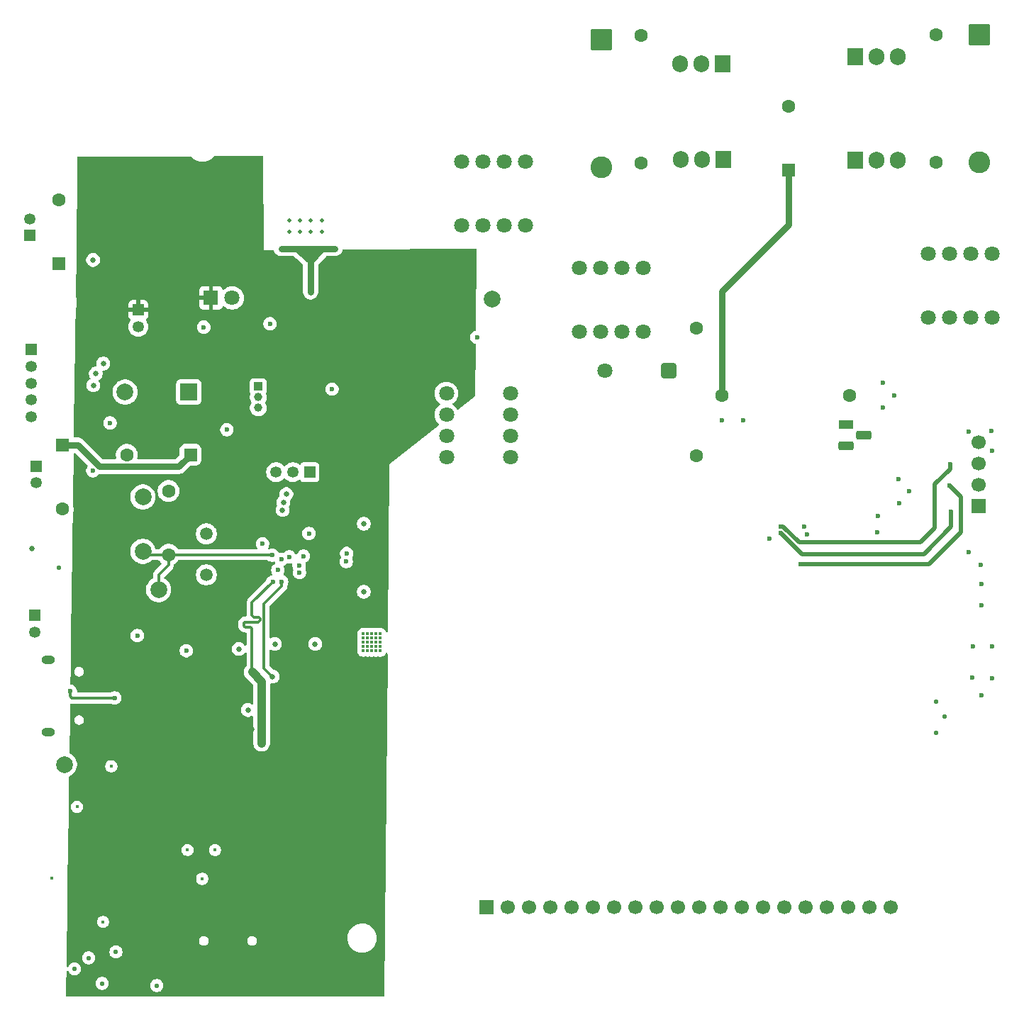
<source format=gbr>
%TF.GenerationSoftware,KiCad,Pcbnew,9.0.7*%
%TF.CreationDate,2026-02-19T04:12:07+03:00*%
%TF.ProjectId,shell-bms,7368656c-6c2d-4626-9d73-2e6b69636164,rev?*%
%TF.SameCoordinates,Original*%
%TF.FileFunction,Copper,L3,Inr*%
%TF.FilePolarity,Positive*%
%FSLAX46Y46*%
G04 Gerber Fmt 4.6, Leading zero omitted, Abs format (unit mm)*
G04 Created by KiCad (PCBNEW 9.0.7) date 2026-02-19 04:12:07*
%MOMM*%
%LPD*%
G01*
G04 APERTURE LIST*
G04 Aperture macros list*
%AMRoundRect*
0 Rectangle with rounded corners*
0 $1 Rounding radius*
0 $2 $3 $4 $5 $6 $7 $8 $9 X,Y pos of 4 corners*
0 Add a 4 corners polygon primitive as box body*
4,1,4,$2,$3,$4,$5,$6,$7,$8,$9,$2,$3,0*
0 Add four circle primitives for the rounded corners*
1,1,$1+$1,$2,$3*
1,1,$1+$1,$4,$5*
1,1,$1+$1,$6,$7*
1,1,$1+$1,$8,$9*
0 Add four rect primitives between the rounded corners*
20,1,$1+$1,$2,$3,$4,$5,0*
20,1,$1+$1,$4,$5,$6,$7,0*
20,1,$1+$1,$6,$7,$8,$9,0*
20,1,$1+$1,$8,$9,$2,$3,0*%
G04 Aperture macros list end*
%TA.AperFunction,Conductor*%
%ADD10C,0.200000*%
%TD*%
%TA.AperFunction,ComponentPad*%
%ADD11RoundRect,0.250000X-0.550000X0.550000X-0.550000X-0.550000X0.550000X-0.550000X0.550000X0.550000X0*%
%TD*%
%TA.AperFunction,ComponentPad*%
%ADD12C,1.600000*%
%TD*%
%TA.AperFunction,ComponentPad*%
%ADD13R,1.350000X1.350000*%
%TD*%
%TA.AperFunction,ComponentPad*%
%ADD14C,1.350000*%
%TD*%
%TA.AperFunction,ComponentPad*%
%ADD15RoundRect,0.250000X0.550000X0.550000X-0.550000X0.550000X-0.550000X-0.550000X0.550000X-0.550000X0*%
%TD*%
%TA.AperFunction,ComponentPad*%
%ADD16C,1.800000*%
%TD*%
%TA.AperFunction,ComponentPad*%
%ADD17C,2.000000*%
%TD*%
%TA.AperFunction,ComponentPad*%
%ADD18R,1.905000X2.000000*%
%TD*%
%TA.AperFunction,ComponentPad*%
%ADD19O,1.905000X2.000000*%
%TD*%
%TA.AperFunction,ComponentPad*%
%ADD20C,0.600000*%
%TD*%
%TA.AperFunction,ComponentPad*%
%ADD21RoundRect,0.250000X-1.050000X1.050000X-1.050000X-1.050000X1.050000X-1.050000X1.050000X1.050000X0*%
%TD*%
%TA.AperFunction,ComponentPad*%
%ADD22C,2.600000*%
%TD*%
%TA.AperFunction,ComponentPad*%
%ADD23R,2.000000X2.000000*%
%TD*%
%TA.AperFunction,ComponentPad*%
%ADD24C,1.500000*%
%TD*%
%TA.AperFunction,HeatsinkPad*%
%ADD25C,0.500000*%
%TD*%
%TA.AperFunction,ComponentPad*%
%ADD26RoundRect,0.250000X0.550000X-0.550000X0.550000X0.550000X-0.550000X0.550000X-0.550000X-0.550000X0*%
%TD*%
%TA.AperFunction,HeatsinkPad*%
%ADD27O,1.000000X2.100000*%
%TD*%
%TA.AperFunction,HeatsinkPad*%
%ADD28O,1.000000X1.600000*%
%TD*%
%TA.AperFunction,ComponentPad*%
%ADD29C,1.700000*%
%TD*%
%TA.AperFunction,ComponentPad*%
%ADD30R,1.700000X1.700000*%
%TD*%
%TA.AperFunction,ComponentPad*%
%ADD31R,1.800000X1.100000*%
%TD*%
%TA.AperFunction,ComponentPad*%
%ADD32RoundRect,0.275000X-0.625000X0.275000X-0.625000X-0.275000X0.625000X-0.275000X0.625000X0.275000X0*%
%TD*%
%TA.AperFunction,ComponentPad*%
%ADD33R,1.000000X1.000000*%
%TD*%
%TA.AperFunction,ComponentPad*%
%ADD34C,1.000000*%
%TD*%
%TA.AperFunction,ComponentPad*%
%ADD35RoundRect,0.250000X0.650000X0.650000X-0.650000X0.650000X-0.650000X-0.650000X0.650000X-0.650000X0*%
%TD*%
%TA.AperFunction,ComponentPad*%
%ADD36R,1.800000X1.800000*%
%TD*%
%TA.AperFunction,HeatsinkPad*%
%ADD37O,2.100000X1.000000*%
%TD*%
%TA.AperFunction,HeatsinkPad*%
%ADD38O,1.600000X1.000000*%
%TD*%
%TA.AperFunction,ViaPad*%
%ADD39C,0.600000*%
%TD*%
%TA.AperFunction,ViaPad*%
%ADD40C,0.450000*%
%TD*%
%TA.AperFunction,ViaPad*%
%ADD41C,0.550000*%
%TD*%
%TA.AperFunction,ViaPad*%
%ADD42C,0.650000*%
%TD*%
%TA.AperFunction,Conductor*%
%ADD43C,0.800000*%
%TD*%
%TA.AperFunction,Conductor*%
%ADD44C,0.500000*%
%TD*%
%TA.AperFunction,Conductor*%
%ADD45C,0.300000*%
%TD*%
%TA.AperFunction,Conductor*%
%ADD46C,1.000000*%
%TD*%
G04 APERTURE END LIST*
D10*
%TO.N,Net-(U2-FB)*%
X82500000Y-81700000D02*
X82500000Y-80500000D01*
X83600000Y-80500000D01*
X82500000Y-81700000D01*
%TA.AperFunction,Conductor*%
G36*
X82500000Y-81700000D02*
G01*
X82500000Y-80500000D01*
X83600000Y-80500000D01*
X82500000Y-81700000D01*
G37*
%TD.AperFunction*%
X81700000Y-81700000D02*
X80400000Y-80500000D01*
X81700000Y-80500000D01*
X81700000Y-81700000D01*
%TA.AperFunction,Conductor*%
G36*
X81700000Y-81700000D02*
G01*
X80400000Y-80500000D01*
X81700000Y-80500000D01*
X81700000Y-81700000D01*
G37*
%TD.AperFunction*%
%TD*%
D11*
%TO.N,+5V*%
%TO.C,D7*%
X52500000Y-103600000D03*
D12*
%TO.N,Net-(D7-A)*%
X52500000Y-111220000D03*
%TD*%
%TO.N,/Protection/B_Pos*%
%TO.C,R32*%
X121525000Y-69920000D03*
%TO.N,Net-(D3-K)*%
X121525000Y-54680000D03*
%TD*%
D13*
%TO.N,+5V*%
%TO.C,J7*%
X49300000Y-106100000D03*
D14*
%TO.N,Net-(D7-A)*%
X49300000Y-108100000D03*
%TD*%
D15*
%TO.N,+5V*%
%TO.C,D5*%
X67760000Y-104750000D03*
D12*
%TO.N,Net-(BZ1--)*%
X60140000Y-104750000D03*
%TD*%
D13*
%TO.N,Net-(J9-Pin_1)*%
%TO.C,J9*%
X81978000Y-106832400D03*
D14*
%TO.N,Net-(J9-Pin_2)*%
X79978000Y-106832400D03*
%TO.N,+3V3*%
X77978000Y-106832400D03*
%TO.N,GND*%
X75978000Y-106832400D03*
%TD*%
D12*
%TO.N,BAT*%
%TO.C,R22*%
X128142000Y-104854000D03*
%TO.N,Net-(D1-K)*%
X128142000Y-89614000D03*
%TD*%
D16*
%TO.N,Net-(D4-A)*%
%TO.C,MP3*%
X155865000Y-80690000D03*
X158405000Y-80690000D03*
X160945000Y-80690000D03*
X163485000Y-80690000D03*
X163485000Y-88310000D03*
X160945000Y-88310000D03*
X158405000Y-88310000D03*
X155865000Y-88310000D03*
%TD*%
D17*
%TO.N,Net-(U7-TOUT)*%
%TO.C,TP1*%
X52700000Y-141750000D03*
%TD*%
%TO.N,GND*%
%TO.C,SW1*%
X57577600Y-116281200D03*
X57577600Y-109781200D03*
%TO.N,/MCU/NRST*%
X62077600Y-116281200D03*
X62077600Y-109781200D03*
%TD*%
D18*
%TO.N,/Protection/CD*%
%TO.C,Q9*%
X131275000Y-58000000D03*
D19*
%TO.N,Net-(D3-K)*%
X128735000Y-58000000D03*
%TO.N,/Protection/B_Pos*%
X126195000Y-58000000D03*
%TD*%
D13*
%TO.N,+5V*%
%TO.C,J8*%
X48600000Y-78550000D03*
D14*
%TO.N,Net-(D8-A)*%
X48600000Y-76550000D03*
%TD*%
D13*
%TO.N,GND*%
%TO.C,J10*%
X48700000Y-92200000D03*
D14*
%TO.N,/Data_Utils/PB3*%
X48700000Y-94200000D03*
%TO.N,/Data_Utils/PB4*%
X48700000Y-96200000D03*
%TO.N,/Data_Utils/PB5*%
X48700000Y-98200000D03*
%TO.N,+3V3*%
X48700000Y-100200000D03*
%TD*%
D17*
%TO.N,GND*%
%TO.C,NT1*%
X99708800Y-86175000D03*
%TO.N,GNDPWR*%
X103808800Y-86175000D03*
D20*
%TO.N,Net-(MP2-Pad1)*%
X101958800Y-90700000D03*
%TD*%
D13*
%TO.N,GND*%
%TO.C,J13*%
X61525000Y-87450000D03*
D14*
%TO.N,Net-(J13-Pin_2)*%
X61525000Y-89450000D03*
%TD*%
D21*
%TO.N,Net-(D3-K)*%
%TO.C,D3*%
X116775000Y-55180000D03*
D22*
%TO.N,/Protection/B_Pos*%
X116775000Y-70420000D03*
%TD*%
D23*
%TO.N,+5V*%
%TO.C,BZ1*%
X67550000Y-97250000D03*
D17*
%TO.N,Net-(BZ1--)*%
X59950000Y-97250000D03*
%TD*%
D13*
%TO.N,Net-(J6-Pin_1)*%
%TO.C,J6*%
X49200000Y-123950000D03*
D14*
%TO.N,Net-(J6-Pin_2)*%
X49200000Y-125950000D03*
%TD*%
D24*
%TO.N,Net-(U3-PF0)*%
%TO.C,Y1*%
X69646800Y-114186800D03*
%TO.N,Net-(U3-PF1)*%
X69646800Y-119086800D03*
%TD*%
D16*
%TO.N,Net-(MP2-Pad1)*%
%TO.C,MP2*%
X98315000Y-105035000D03*
X98315000Y-102495000D03*
X98315000Y-99955000D03*
X98315000Y-97415000D03*
X105935000Y-97415000D03*
X105935000Y-99955000D03*
X105935000Y-102495000D03*
X105935000Y-105035000D03*
%TD*%
D25*
%TO.N,GNDPWR*%
%TO.C,U2*%
X83427400Y-76791531D03*
X82127400Y-76791531D03*
X80827400Y-76791531D03*
X79527400Y-76791531D03*
X83427400Y-78091531D03*
X82127400Y-78091531D03*
X80827400Y-78091531D03*
X79527400Y-78091531D03*
%TD*%
D12*
%TO.N,/MCU/NRST*%
%TO.C,R55*%
X65125600Y-116687600D03*
%TO.N,+3V3*%
X65125600Y-109067600D03*
%TD*%
%TO.N,Net-(D2-K)*%
%TO.C,R30*%
X131202000Y-97694000D03*
%TO.N,Net-(Q1-C)*%
X146442000Y-97694000D03*
%TD*%
D18*
%TO.N,/Protection/CD*%
%TO.C,Q3*%
X147095000Y-69550000D03*
D19*
%TO.N,Net-(D4-K)*%
X149635000Y-69550000D03*
%TO.N,Net-(D4-A)*%
X152175000Y-69550000D03*
%TD*%
D18*
%TO.N,/Protection/CD*%
%TO.C,Q2*%
X131405000Y-69500000D03*
D19*
%TO.N,Net-(D3-K)*%
X128865000Y-69500000D03*
%TO.N,/Protection/B_Pos*%
X126325000Y-69500000D03*
%TD*%
D26*
%TO.N,Net-(D2-K)*%
%TO.C,D2*%
X139175000Y-70770000D03*
D12*
%TO.N,/Protection/CD*%
X139175000Y-63150000D03*
%TD*%
D27*
%TO.N,GND*%
%TO.C,J11*%
X67910000Y-162320000D03*
D28*
X67910000Y-166500000D03*
D27*
X76550000Y-162320000D03*
D28*
X76550000Y-166500000D03*
%TD*%
D29*
%TO.N,/ReaderIC/Balance-Input/B_0*%
%TO.C,J2*%
X151364000Y-158761500D03*
%TO.N,/ReaderIC/Balance-Input/B_1*%
X148824000Y-158761500D03*
%TO.N,/ReaderIC/Balance-Input/B_2*%
X146284000Y-158761500D03*
%TO.N,/ReaderIC/Balance-Input/B_3*%
X143744000Y-158761500D03*
%TO.N,/ReaderIC/Balance-Input/B_4*%
X141204000Y-158761500D03*
%TO.N,/ReaderIC/Balance-Input/B_5*%
X138664000Y-158761500D03*
%TO.N,/ReaderIC/Balance-Input/B_6*%
X136124000Y-158761500D03*
%TO.N,/ReaderIC/Balance-Input/B_7*%
X133584000Y-158761500D03*
%TO.N,/ReaderIC/Balance-Input/B_8*%
X131044000Y-158761500D03*
%TO.N,/ReaderIC/Balance-Input/B_9*%
X128504000Y-158761500D03*
%TO.N,/ReaderIC/Balance-Input/B_10*%
X125964000Y-158761500D03*
%TO.N,/ReaderIC/Balance-Input/B_11*%
X123424000Y-158761500D03*
%TO.N,/ReaderIC/Balance-Input/B_12*%
X120884000Y-158761500D03*
%TO.N,/ReaderIC/Balance-Input/B_13*%
X118344000Y-158761500D03*
%TO.N,/ReaderIC/Balance-Input/B_14*%
X115804000Y-158761500D03*
%TO.N,/ReaderIC/Balance-Input/B_15*%
X113264000Y-158761500D03*
%TO.N,/ReaderIC/Balance-Input/B_16*%
X110724000Y-158761500D03*
%TO.N,unconnected-(J2-Pin_18-Pad18)*%
X108184000Y-158761500D03*
%TO.N,unconnected-(J2-Pin_19-Pad19)*%
X105644000Y-158761500D03*
D30*
%TO.N,unconnected-(J2-Pin_20-Pad20)*%
X103104000Y-158761500D03*
%TD*%
D31*
%TO.N,Net-(Q1-C)*%
%TO.C,Q1*%
X146042000Y-101104000D03*
D32*
%TO.N,Net-(Q1-B)*%
X148112000Y-102374000D03*
%TO.N,Net-(Q1-E)*%
X146042000Y-103644000D03*
%TD*%
D21*
%TO.N,Net-(D4-K)*%
%TO.C,D4*%
X161925000Y-54580000D03*
D22*
%TO.N,Net-(D4-A)*%
X161925000Y-69820000D03*
%TD*%
D26*
%TO.N,+5V*%
%TO.C,D8*%
X52032500Y-81910000D03*
D12*
%TO.N,Net-(D8-A)*%
X52032500Y-74290000D03*
%TD*%
D33*
%TO.N,Net-(JP1-A)*%
%TO.C,JP1*%
X75850000Y-96600000D03*
D34*
%TO.N,Net-(JP1-C)*%
X75850000Y-97870000D03*
%TO.N,Net-(JP1-B)*%
X75850000Y-99140000D03*
%TD*%
D18*
%TO.N,/Protection/CD*%
%TO.C,Q8*%
X147125000Y-57150000D03*
D19*
%TO.N,Net-(D4-K)*%
X149665000Y-57150000D03*
%TO.N,Net-(D4-A)*%
X152205000Y-57150000D03*
%TD*%
D35*
%TO.N,Net-(D1-K)*%
%TO.C,D1*%
X124840000Y-94694000D03*
D16*
%TO.N,/ReaderIC/Balance-Input/B_16*%
X117220000Y-94694000D03*
%TD*%
%TO.N,GNDPWR*%
%TO.C,MP4*%
X114190000Y-82440000D03*
X116730000Y-82440000D03*
X119270000Y-82440000D03*
X121810000Y-82440000D03*
X121810000Y-90060000D03*
X119270000Y-90060000D03*
X116730000Y-90060000D03*
X114190000Y-90060000D03*
%TD*%
%TO.N,/Protection/B_Pos*%
%TO.C,MP1*%
X100115000Y-69690000D03*
X102655000Y-69690000D03*
X105195000Y-69690000D03*
X107735000Y-69690000D03*
X107735000Y-77310000D03*
X105195000Y-77310000D03*
X102655000Y-77310000D03*
X100115000Y-77310000D03*
%TD*%
D36*
%TO.N,GND*%
%TO.C,D6*%
X70200000Y-86000000D03*
D16*
%TO.N,Net-(D6-A)*%
X72740000Y-86000000D03*
%TD*%
D17*
%TO.N,GND*%
%TO.C,C58*%
X63957200Y-125853200D03*
%TO.N,/MCU/NRST*%
X63957200Y-120853200D03*
%TD*%
D12*
%TO.N,Net-(D4-A)*%
%TO.C,R39*%
X156775000Y-69790000D03*
%TO.N,Net-(D4-K)*%
X156775000Y-54550000D03*
%TD*%
D30*
%TO.N,/ReaderIC/Balance-Input/TS1*%
%TO.C,J3*%
X161867000Y-110844000D03*
D29*
%TO.N,/ReaderIC/Balance-Input/TS2*%
X161867000Y-108304000D03*
%TO.N,/ReaderIC/Balance-Input/TS3*%
X161867000Y-105764000D03*
%TO.N,GNDPWR*%
X161867000Y-103224000D03*
%TD*%
D37*
%TO.N,GND*%
%TO.C,J5*%
X54955000Y-129230000D03*
D38*
X50775000Y-129230000D03*
D37*
X54955000Y-137870000D03*
D38*
X50775000Y-137870000D03*
%TD*%
D39*
%TO.N,+5V*%
X84650000Y-96900000D03*
D40*
%TO.N,GND*%
X53850000Y-168750000D03*
D39*
X69887500Y-134050000D03*
D41*
X57050000Y-158700000D03*
X73250000Y-120750000D03*
D39*
X57450000Y-125250000D03*
X81750000Y-119938800D03*
D41*
X73250000Y-112750000D03*
X84250000Y-127750000D03*
X61750000Y-159500000D03*
D39*
X78450000Y-96000000D03*
X69050000Y-132600000D03*
X80300000Y-114900000D03*
X70700000Y-132650000D03*
D41*
X56168037Y-152925000D03*
X69000000Y-110000000D03*
D40*
X57950000Y-148050000D03*
D39*
X82700000Y-92550000D03*
D40*
X69150000Y-157475000D03*
D42*
X75050000Y-137550000D03*
D39*
X54600000Y-120500000D03*
X54700000Y-127500000D03*
D40*
X55425000Y-168600000D03*
D42*
X56250000Y-103200000D03*
D39*
X70650000Y-135500000D03*
X82950000Y-99350000D03*
D41*
X79200000Y-153100000D03*
X53900000Y-164050000D03*
D39*
X87238500Y-98138500D03*
X77571600Y-111353600D03*
X69000000Y-135450000D03*
D40*
X76175000Y-159775000D03*
D39*
%TO.N,/ReaderIC/Balance-Input/TS3*%
X138242000Y-113293997D03*
X158442000Y-105844000D03*
%TO.N,/ReaderIC/Balance-Input/TS2*%
X158392000Y-108394000D03*
X140617000Y-117831500D03*
%TO.N,/ReaderIC/Balance-Input/TS1*%
X158592000Y-111544000D03*
X138242000Y-114094000D03*
D40*
%TO.N,+3V3*%
X89400000Y-127150000D03*
X88400000Y-126150000D03*
D42*
X73525000Y-127950000D03*
X88442800Y-121108400D03*
X88442800Y-112978000D03*
X74612500Y-135237500D03*
D41*
X53916000Y-166166000D03*
D40*
X88900000Y-127650000D03*
X89900000Y-127150000D03*
X88400000Y-128150000D03*
D39*
X81889600Y-114141000D03*
D40*
X89400000Y-126150000D03*
X88400000Y-127150000D03*
X70675000Y-151950000D03*
X88400000Y-127650000D03*
X88400000Y-126650000D03*
X88900000Y-126150000D03*
X89900000Y-128150000D03*
D39*
X76352400Y-115366800D03*
D40*
X89900000Y-127650000D03*
D41*
X55600000Y-164850000D03*
D40*
X90400000Y-128150000D03*
X89400000Y-128150000D03*
X69150000Y-155400000D03*
X90400000Y-126650000D03*
D42*
X82644400Y-127355600D03*
D40*
X88900000Y-126650000D03*
X88900000Y-127150000D03*
X89900000Y-126650000D03*
X88900000Y-128150000D03*
D42*
X77833400Y-127355600D03*
D40*
X89400000Y-127650000D03*
X89400000Y-126650000D03*
X90400000Y-126150000D03*
X89900000Y-126150000D03*
X90400000Y-127150000D03*
X90400000Y-127650000D03*
D39*
%TO.N,GNDPWR*%
X150418800Y-96164400D03*
D41*
X156750000Y-138000000D03*
D39*
X131200000Y-100600000D03*
X161086800Y-131368800D03*
X149809200Y-112064800D03*
X153568400Y-109118400D03*
X163423600Y-127660400D03*
X150418800Y-99060000D03*
X160629600Y-116381500D03*
X162217000Y-122682000D03*
X152349200Y-110490000D03*
X162217000Y-120142000D03*
X162147550Y-117862050D03*
X161137600Y-127660400D03*
X162204400Y-133451600D03*
X151790400Y-97637600D03*
X133750000Y-100650000D03*
X163474400Y-131419600D03*
X163372800Y-101904800D03*
X136906000Y-114757200D03*
X152298400Y-107645200D03*
D41*
X156750000Y-134250000D03*
X157750000Y-136000000D03*
D39*
X149758400Y-113995200D03*
X163423600Y-104292400D03*
X160629600Y-101955600D03*
%TO.N,Net-(U2-FB)*%
X82100000Y-85300000D03*
X78600000Y-80100000D03*
X85000000Y-80100000D03*
%TO.N,/MCU/NRST*%
X77520800Y-116738400D03*
%TO.N,/Data_Utils/USB-*%
X53400000Y-133000000D03*
X58700000Y-133800000D03*
D42*
%TO.N,/Data_Utils/PB4*%
X56450000Y-95050000D03*
X78850000Y-110450000D03*
%TO.N,/Data_Utils/PB5*%
X78750000Y-111350000D03*
X56150000Y-96450000D03*
%TO.N,/Data_Utils/PB3*%
X57350000Y-93850000D03*
X79200000Y-109450000D03*
D39*
%TO.N,Net-(JP1-C)*%
X69350000Y-89500000D03*
%TO.N,Net-(JP1-B)*%
X77250000Y-89100000D03*
%TO.N,/Data_Utils/STAT_LED*%
X72100000Y-101750000D03*
X80718785Y-118022969D03*
%TO.N,Net-(Q4-B)*%
X56100000Y-106650000D03*
D42*
%TO.N,Net-(Q5-B)*%
X48850000Y-115950000D03*
D39*
%TO.N,/MCU/IC_SDA*%
X141042000Y-113294000D03*
X86360000Y-117500400D03*
%TO.N,/MCU/IC_SCL*%
X141342000Y-114244000D03*
X86410800Y-116535200D03*
%TO.N,/Data_Utils/BUZZER*%
X58150000Y-100950000D03*
X80772000Y-118821200D03*
D41*
%TO.N,/Data_Utils/FAN1*%
X52000000Y-118250000D03*
D39*
X78186959Y-118517319D03*
D42*
%TO.N,/Data_Utils/FAN2*%
X56125000Y-81475000D03*
D39*
X78587600Y-117246400D03*
%TO.N,/Data_Utils/CAN_TX*%
X79550000Y-116950000D03*
X61400000Y-126350000D03*
%TO.N,/Data_Utils/CAN_RX*%
X67250000Y-128150000D03*
X81250000Y-116850000D03*
%TO.N,/Data_Utils/TXD*%
X78638400Y-119888000D03*
D42*
X77550000Y-131250000D03*
%TO.N,/Data_Utils/RXD*%
X75126885Y-130709752D03*
D39*
X77571600Y-119938800D03*
D40*
X76250000Y-139200000D03*
%TO.N,Net-(U7-RST)*%
X54200000Y-146800000D03*
%TO.N,Net-(U7-EN)*%
X51200000Y-155350000D03*
%TO.N,Net-(JP2-A)*%
X58300000Y-141950000D03*
X67400000Y-151950000D03*
%TO.N,Net-(U7-IO15)*%
X57300000Y-160550000D03*
D41*
%TO.N,Net-(SW2-C)*%
X57200000Y-167900000D03*
%TO.N,Net-(SW2-A)*%
X63750000Y-168150000D03*
%TO.N,Net-(U7-IO2)*%
X58850000Y-164150000D03*
%TD*%
D43*
%TO.N,+5V*%
X66359000Y-106151000D02*
X56875207Y-106151000D01*
X67760000Y-104750000D02*
X66359000Y-106151000D01*
X54324207Y-103600000D02*
X52500000Y-103600000D01*
X56875207Y-106151000D02*
X54324207Y-103600000D01*
D44*
%TO.N,/ReaderIC/Balance-Input/TS3*%
X158442000Y-105844000D02*
X158442000Y-106444000D01*
X138504072Y-113293997D02*
X138242000Y-113293997D01*
X140404075Y-115194000D02*
X138504072Y-113293997D01*
X158442000Y-106444000D02*
X156642000Y-108244000D01*
X154942000Y-115194000D02*
X140404075Y-115194000D01*
X156642000Y-113494000D02*
X154942000Y-115194000D01*
X156642000Y-108244000D02*
X156642000Y-113494000D01*
%TO.N,/ReaderIC/Balance-Input/TS2*%
X155904500Y-117831500D02*
X140617000Y-117831500D01*
X158392000Y-108394000D02*
X159742000Y-109744000D01*
X159742000Y-109744000D02*
X159742000Y-113994000D01*
X159742000Y-113994000D02*
X155904500Y-117831500D01*
%TO.N,/ReaderIC/Balance-Input/TS1*%
X158592000Y-111544000D02*
X158592000Y-113344000D01*
X158592000Y-113344000D02*
X155342000Y-116594000D01*
X155342000Y-116594000D02*
X140742000Y-116594000D01*
X140742000Y-116594000D02*
X138242000Y-114094000D01*
D43*
%TO.N,Net-(U2-FB)*%
X82100000Y-80100000D02*
X78600000Y-80100000D01*
X82100000Y-85300000D02*
X82100000Y-80100000D01*
X85000000Y-80100000D02*
X82100000Y-80100000D01*
D45*
%TO.N,/MCU/NRST*%
X65379600Y-116687600D02*
X65125600Y-116433600D01*
X77520800Y-116738400D02*
X77470000Y-116687600D01*
X65125600Y-116687600D02*
X62403600Y-116687600D01*
X65125600Y-117906800D02*
X63957200Y-119075200D01*
X77470000Y-116687600D02*
X65379600Y-116687600D01*
X63957200Y-119075200D02*
X63957200Y-120853200D01*
X65125600Y-116433600D02*
X65227200Y-116433600D01*
X65125600Y-116687600D02*
X65125600Y-117906800D01*
X62403600Y-116687600D02*
X62077600Y-116361600D01*
D43*
%TO.N,Net-(D2-K)*%
X139175000Y-77270800D02*
X131202000Y-85243800D01*
X139175000Y-70770000D02*
X139175000Y-77270800D01*
X131202000Y-85243800D02*
X131202000Y-97694000D01*
D45*
%TO.N,/Data_Utils/USB-*%
X53400000Y-133600000D02*
X53600000Y-133800000D01*
X53600000Y-133800000D02*
X58700000Y-133800000D01*
X53400000Y-133000000D02*
X53400000Y-133600000D01*
%TO.N,/Data_Utils/TXD*%
X77550000Y-131250000D02*
X76550000Y-130250000D01*
X76550000Y-130250000D02*
X76550000Y-122550000D01*
X78638400Y-120461600D02*
X78638400Y-119888000D01*
X76550000Y-122550000D02*
X78638400Y-120461600D01*
%TO.N,/Data_Utils/RXD*%
X75340000Y-124125516D02*
X75810000Y-124125516D01*
X75100000Y-125565516D02*
X75100000Y-125685516D01*
X75810000Y-124725516D02*
X75340000Y-124725516D01*
X75100000Y-122410400D02*
X75100000Y-123885516D01*
X75340000Y-124725516D02*
X74860000Y-124725516D01*
X74100000Y-124965516D02*
X74100000Y-125085516D01*
D46*
X76250000Y-131832867D02*
X75126885Y-130709752D01*
D45*
X75100000Y-125685516D02*
X75100000Y-125991280D01*
X75100000Y-130682867D02*
X75126885Y-130709752D01*
D46*
X76250000Y-139200000D02*
X76250000Y-131832867D01*
D45*
X75100000Y-125991280D02*
X75100000Y-130682867D01*
X74860000Y-124725516D02*
X74340000Y-124725516D01*
X74340000Y-125325516D02*
X74860000Y-125325516D01*
X77571600Y-119938800D02*
X75100000Y-122410400D01*
X76050000Y-124365516D02*
X76050000Y-124485516D01*
X74860000Y-125325516D02*
G75*
G02*
X75099984Y-125565516I0J-239984D01*
G01*
X75100000Y-123885516D02*
G75*
G03*
X75340000Y-124125500I240000J16D01*
G01*
X74100000Y-125085516D02*
G75*
G03*
X74340000Y-125325500I240000J16D01*
G01*
X75810000Y-124125516D02*
G75*
G02*
X76049984Y-124365516I0J-239984D01*
G01*
X74340000Y-124725516D02*
G75*
G03*
X74100016Y-124965516I0J-239984D01*
G01*
X76050000Y-124485516D02*
G75*
G02*
X75810000Y-124725500I-240000J16D01*
G01*
%TD*%
%TA.AperFunction,Conductor*%
%TO.N,GND*%
G36*
X76393672Y-69069937D02*
G01*
X76439664Y-69122535D01*
X76451097Y-69173451D01*
X76549872Y-80285800D01*
X76549872Y-80285799D01*
X76549873Y-80285801D01*
X76549873Y-80285800D01*
X76623745Y-88596392D01*
X76540609Y-88720814D01*
X76540602Y-88720827D01*
X76480264Y-88866498D01*
X76480261Y-88866510D01*
X76449500Y-89021153D01*
X76449500Y-89178846D01*
X76480261Y-89333489D01*
X76480264Y-89333501D01*
X76540602Y-89479172D01*
X76540609Y-89479185D01*
X76628210Y-89610288D01*
X76628213Y-89610292D01*
X76632798Y-89614877D01*
X76650000Y-91550000D01*
X54100000Y-91650000D01*
X54110189Y-89357486D01*
X60349500Y-89357486D01*
X60349500Y-89542514D01*
X60360234Y-89610288D01*
X60378445Y-89725265D01*
X60435619Y-89901232D01*
X60435620Y-89901235D01*
X60491186Y-90010288D01*
X60519622Y-90066096D01*
X60628379Y-90215787D01*
X60759213Y-90346621D01*
X60908904Y-90455378D01*
X60989763Y-90496577D01*
X61073764Y-90539379D01*
X61073767Y-90539380D01*
X61161750Y-90567967D01*
X61249736Y-90596555D01*
X61432486Y-90625500D01*
X61432487Y-90625500D01*
X61617513Y-90625500D01*
X61617514Y-90625500D01*
X61800264Y-90596555D01*
X61976235Y-90539379D01*
X62141096Y-90455378D01*
X62290787Y-90346621D01*
X62421621Y-90215787D01*
X62530378Y-90066096D01*
X62614379Y-89901235D01*
X62671555Y-89725264D01*
X62700500Y-89542514D01*
X62700500Y-89421153D01*
X68549500Y-89421153D01*
X68549500Y-89578846D01*
X68580261Y-89733489D01*
X68580264Y-89733501D01*
X68640602Y-89879172D01*
X68640609Y-89879185D01*
X68728210Y-90010288D01*
X68728213Y-90010292D01*
X68839707Y-90121786D01*
X68839711Y-90121789D01*
X68970814Y-90209390D01*
X68970827Y-90209397D01*
X69116498Y-90269735D01*
X69116503Y-90269737D01*
X69271153Y-90300499D01*
X69271156Y-90300500D01*
X69271158Y-90300500D01*
X69428844Y-90300500D01*
X69428845Y-90300499D01*
X69583497Y-90269737D01*
X69713740Y-90215789D01*
X69729172Y-90209397D01*
X69729172Y-90209396D01*
X69729179Y-90209394D01*
X69860289Y-90121789D01*
X69971789Y-90010289D01*
X70059394Y-89879179D01*
X70119737Y-89733497D01*
X70150500Y-89578842D01*
X70150500Y-89421158D01*
X70150500Y-89421155D01*
X70150499Y-89421153D01*
X70119738Y-89266510D01*
X70119737Y-89266503D01*
X70083427Y-89178842D01*
X70059397Y-89120827D01*
X70059390Y-89120814D01*
X69971789Y-88989711D01*
X69971786Y-88989707D01*
X69860292Y-88878213D01*
X69860288Y-88878210D01*
X69729185Y-88790609D01*
X69729172Y-88790602D01*
X69583501Y-88730264D01*
X69583489Y-88730261D01*
X69428845Y-88699500D01*
X69428842Y-88699500D01*
X69271158Y-88699500D01*
X69271155Y-88699500D01*
X69116510Y-88730261D01*
X69116498Y-88730264D01*
X68970827Y-88790602D01*
X68970814Y-88790609D01*
X68839711Y-88878210D01*
X68839707Y-88878213D01*
X68728213Y-88989707D01*
X68728210Y-88989711D01*
X68640609Y-89120814D01*
X68640602Y-89120827D01*
X68580264Y-89266498D01*
X68580261Y-89266510D01*
X68549500Y-89421153D01*
X62700500Y-89421153D01*
X62700500Y-89357486D01*
X62671555Y-89174736D01*
X62621655Y-89021158D01*
X62614380Y-88998767D01*
X62614379Y-88998764D01*
X62571577Y-88914763D01*
X62530378Y-88833904D01*
X62446159Y-88717987D01*
X62422680Y-88652183D01*
X62438505Y-88584129D01*
X62472167Y-88545836D01*
X62557190Y-88482186D01*
X62643350Y-88367093D01*
X62643354Y-88367086D01*
X62693596Y-88232379D01*
X62693598Y-88232372D01*
X62699999Y-88172844D01*
X62700000Y-88172827D01*
X62700000Y-87700000D01*
X61840686Y-87700000D01*
X61845080Y-87695606D01*
X61897741Y-87604394D01*
X61925000Y-87502661D01*
X61925000Y-87397339D01*
X61897741Y-87295606D01*
X61845080Y-87204394D01*
X61840686Y-87200000D01*
X62700000Y-87200000D01*
X62700000Y-86727172D01*
X62699999Y-86727155D01*
X62693598Y-86667627D01*
X62693596Y-86667620D01*
X62643354Y-86532913D01*
X62643350Y-86532906D01*
X62557190Y-86417812D01*
X62557187Y-86417809D01*
X62442093Y-86331649D01*
X62442086Y-86331645D01*
X62396975Y-86314820D01*
X62307379Y-86281403D01*
X62307372Y-86281401D01*
X62247844Y-86275000D01*
X61775000Y-86275000D01*
X61775000Y-87134314D01*
X61770606Y-87129920D01*
X61679394Y-87077259D01*
X61577661Y-87050000D01*
X61472339Y-87050000D01*
X61370606Y-87077259D01*
X61279394Y-87129920D01*
X61275000Y-87134314D01*
X61275000Y-86275000D01*
X60802155Y-86275000D01*
X60742627Y-86281401D01*
X60742620Y-86281403D01*
X60607913Y-86331645D01*
X60607906Y-86331649D01*
X60492812Y-86417809D01*
X60492809Y-86417812D01*
X60406649Y-86532906D01*
X60406645Y-86532913D01*
X60356403Y-86667620D01*
X60356401Y-86667627D01*
X60350000Y-86727155D01*
X60350000Y-87200000D01*
X61209314Y-87200000D01*
X61204920Y-87204394D01*
X61152259Y-87295606D01*
X61125000Y-87397339D01*
X61125000Y-87502661D01*
X61152259Y-87604394D01*
X61204920Y-87695606D01*
X61209314Y-87700000D01*
X60350000Y-87700000D01*
X60350000Y-88172844D01*
X60356401Y-88232372D01*
X60356403Y-88232379D01*
X60406645Y-88367086D01*
X60406649Y-88367093D01*
X60492809Y-88482186D01*
X60577832Y-88545835D01*
X60619703Y-88601769D01*
X60624687Y-88671461D01*
X60603839Y-88717987D01*
X60519624Y-88833900D01*
X60435620Y-88998764D01*
X60435619Y-88998767D01*
X60378445Y-89174734D01*
X60353299Y-89333501D01*
X60349500Y-89357486D01*
X54110189Y-89357486D01*
X54129323Y-85052155D01*
X68800000Y-85052155D01*
X68800000Y-85750000D01*
X69824722Y-85750000D01*
X69780667Y-85826306D01*
X69750000Y-85940756D01*
X69750000Y-86059244D01*
X69780667Y-86173694D01*
X69824722Y-86250000D01*
X68800000Y-86250000D01*
X68800000Y-86947844D01*
X68806401Y-87007372D01*
X68806403Y-87007379D01*
X68856645Y-87142086D01*
X68856649Y-87142093D01*
X68942809Y-87257187D01*
X68942812Y-87257190D01*
X69057906Y-87343350D01*
X69057913Y-87343354D01*
X69192620Y-87393596D01*
X69192627Y-87393598D01*
X69252155Y-87399999D01*
X69252172Y-87400000D01*
X69950000Y-87400000D01*
X69950000Y-86375277D01*
X70026306Y-86419333D01*
X70140756Y-86450000D01*
X70259244Y-86450000D01*
X70373694Y-86419333D01*
X70450000Y-86375277D01*
X70450000Y-87400000D01*
X71147828Y-87400000D01*
X71147844Y-87399999D01*
X71207372Y-87393598D01*
X71207379Y-87393596D01*
X71342086Y-87343354D01*
X71342093Y-87343350D01*
X71457187Y-87257190D01*
X71457190Y-87257187D01*
X71543350Y-87142093D01*
X71543354Y-87142086D01*
X71573213Y-87062031D01*
X71615084Y-87006097D01*
X71680548Y-86981680D01*
X71748821Y-86996531D01*
X71777076Y-87017683D01*
X71827636Y-87068243D01*
X71827641Y-87068247D01*
X71983192Y-87181260D01*
X72005978Y-87197815D01*
X72122501Y-87257187D01*
X72202393Y-87297895D01*
X72202396Y-87297896D01*
X72307221Y-87331955D01*
X72412049Y-87366015D01*
X72629778Y-87400500D01*
X72629779Y-87400500D01*
X72850221Y-87400500D01*
X72850222Y-87400500D01*
X73067951Y-87366015D01*
X73277606Y-87297895D01*
X73474022Y-87197815D01*
X73652365Y-87068242D01*
X73808242Y-86912365D01*
X73937815Y-86734022D01*
X74037895Y-86537606D01*
X74106015Y-86327951D01*
X74140500Y-86110222D01*
X74140500Y-85889778D01*
X74106015Y-85672049D01*
X74071955Y-85567221D01*
X74037896Y-85462396D01*
X74037895Y-85462393D01*
X74003237Y-85394375D01*
X73937815Y-85265978D01*
X73921260Y-85243192D01*
X73808247Y-85087641D01*
X73808243Y-85087636D01*
X73652363Y-84931756D01*
X73652358Y-84931752D01*
X73474025Y-84802187D01*
X73474024Y-84802186D01*
X73474022Y-84802185D01*
X73411096Y-84770122D01*
X73277606Y-84702104D01*
X73277603Y-84702103D01*
X73067952Y-84633985D01*
X72959086Y-84616742D01*
X72850222Y-84599500D01*
X72629778Y-84599500D01*
X72557201Y-84610995D01*
X72412047Y-84633985D01*
X72202396Y-84702103D01*
X72202393Y-84702104D01*
X72005974Y-84802187D01*
X71827641Y-84931752D01*
X71827636Y-84931756D01*
X71777075Y-84982317D01*
X71715752Y-85015801D01*
X71646060Y-85010816D01*
X71590127Y-84968945D01*
X71573213Y-84937968D01*
X71543354Y-84857913D01*
X71543350Y-84857906D01*
X71457190Y-84742812D01*
X71457187Y-84742809D01*
X71342093Y-84656649D01*
X71342086Y-84656645D01*
X71207379Y-84606403D01*
X71207372Y-84606401D01*
X71147844Y-84600000D01*
X70450000Y-84600000D01*
X70450000Y-85624722D01*
X70373694Y-85580667D01*
X70259244Y-85550000D01*
X70140756Y-85550000D01*
X70026306Y-85580667D01*
X69950000Y-85624722D01*
X69950000Y-84600000D01*
X69252155Y-84600000D01*
X69192627Y-84606401D01*
X69192620Y-84606403D01*
X69057913Y-84656645D01*
X69057906Y-84656649D01*
X68942812Y-84742809D01*
X68942809Y-84742812D01*
X68856649Y-84857906D01*
X68856645Y-84857913D01*
X68806403Y-84992620D01*
X68806401Y-84992627D01*
X68800000Y-85052155D01*
X54129323Y-85052155D01*
X54144860Y-81556307D01*
X55299499Y-81556307D01*
X55331222Y-81715783D01*
X55331225Y-81715793D01*
X55393450Y-81866019D01*
X55393452Y-81866023D01*
X55483788Y-82001220D01*
X55483794Y-82001228D01*
X55598771Y-82116205D01*
X55598779Y-82116211D01*
X55733976Y-82206547D01*
X55733980Y-82206549D01*
X55884206Y-82268774D01*
X55884211Y-82268776D01*
X55884215Y-82268776D01*
X55884216Y-82268777D01*
X56043692Y-82300500D01*
X56043695Y-82300500D01*
X56206307Y-82300500D01*
X56313598Y-82279157D01*
X56365789Y-82268776D01*
X56516021Y-82206548D01*
X56516023Y-82206547D01*
X56583169Y-82161680D01*
X56651225Y-82116208D01*
X56766208Y-82001225D01*
X56856548Y-81866021D01*
X56918776Y-81715789D01*
X56950500Y-81556305D01*
X56950500Y-81393695D01*
X56950500Y-81393692D01*
X56918777Y-81234216D01*
X56918776Y-81234215D01*
X56918776Y-81234211D01*
X56918774Y-81234206D01*
X56856549Y-81083980D01*
X56856547Y-81083976D01*
X56766211Y-80948779D01*
X56766205Y-80948771D01*
X56651228Y-80833794D01*
X56651220Y-80833788D01*
X56516023Y-80743452D01*
X56516019Y-80743450D01*
X56365793Y-80681225D01*
X56365783Y-80681222D01*
X56206307Y-80649500D01*
X56206305Y-80649500D01*
X56043695Y-80649500D01*
X56043693Y-80649500D01*
X55884216Y-80681222D01*
X55884206Y-80681225D01*
X55733980Y-80743450D01*
X55733976Y-80743452D01*
X55598779Y-80833788D01*
X55598771Y-80833794D01*
X55483794Y-80948771D01*
X55483788Y-80948779D01*
X55393452Y-81083976D01*
X55393450Y-81083980D01*
X55331225Y-81234206D01*
X55331222Y-81234216D01*
X55299500Y-81393692D01*
X55299500Y-81393695D01*
X55299500Y-81556305D01*
X55299500Y-81556307D01*
X55299499Y-81556307D01*
X54144860Y-81556307D01*
X54199453Y-69272892D01*
X54219436Y-69205944D01*
X54272442Y-69160424D01*
X54322891Y-69149447D01*
X67767473Y-69089022D01*
X67834598Y-69108405D01*
X67866402Y-69137532D01*
X67875545Y-69149447D01*
X67881081Y-69156661D01*
X67997312Y-69272892D01*
X68043338Y-69318918D01*
X68225382Y-69458607D01*
X68225385Y-69458608D01*
X68225388Y-69458611D01*
X68424112Y-69573344D01*
X68424117Y-69573346D01*
X68424123Y-69573349D01*
X68515480Y-69611190D01*
X68636113Y-69661158D01*
X68857762Y-69720548D01*
X69085266Y-69750500D01*
X69085273Y-69750500D01*
X69314727Y-69750500D01*
X69314734Y-69750500D01*
X69542238Y-69720548D01*
X69763887Y-69661158D01*
X69975888Y-69573344D01*
X70174612Y-69458611D01*
X70356661Y-69318919D01*
X70356665Y-69318914D01*
X70356670Y-69318911D01*
X70518914Y-69156666D01*
X70518919Y-69156661D01*
X70543507Y-69124617D01*
X70599929Y-69083416D01*
X70641315Y-69076106D01*
X76326547Y-69050554D01*
X76393672Y-69069937D01*
G37*
%TD.AperFunction*%
%TD*%
%TA.AperFunction,Conductor*%
%TO.N,GND*%
G36*
X101866223Y-80120116D02*
G01*
X101912363Y-80172583D01*
X101923945Y-80225957D01*
X101843768Y-89805971D01*
X101823523Y-89872843D01*
X101770338Y-89918155D01*
X101743967Y-89926550D01*
X101725304Y-89930262D01*
X101725298Y-89930264D01*
X101579627Y-89990602D01*
X101579614Y-89990609D01*
X101448511Y-90078210D01*
X101448507Y-90078213D01*
X101337013Y-90189707D01*
X101337010Y-90189711D01*
X101249409Y-90320814D01*
X101249402Y-90320827D01*
X101189064Y-90466498D01*
X101189061Y-90466510D01*
X101158300Y-90621153D01*
X101158300Y-90778846D01*
X101189061Y-90933489D01*
X101189064Y-90933501D01*
X101249402Y-91079172D01*
X101249409Y-91079185D01*
X101337010Y-91210288D01*
X101337013Y-91210292D01*
X101448507Y-91321786D01*
X101448511Y-91321789D01*
X101579614Y-91409390D01*
X101579627Y-91409397D01*
X101688882Y-91454651D01*
X101725303Y-91469737D01*
X101729004Y-91470473D01*
X101730763Y-91471393D01*
X101731138Y-91471507D01*
X101731116Y-91471577D01*
X101790916Y-91502856D01*
X101825492Y-91563571D01*
X101828812Y-91593129D01*
X101778293Y-97629394D01*
X101758048Y-97696266D01*
X101731698Y-97725233D01*
X99731975Y-99322940D01*
X99667312Y-99349407D01*
X99598605Y-99336713D01*
X99547668Y-99288889D01*
X99544089Y-99282357D01*
X99512814Y-99220976D01*
X99383247Y-99042641D01*
X99383243Y-99042636D01*
X99227363Y-98886756D01*
X99227358Y-98886752D01*
X99087745Y-98785318D01*
X99045079Y-98729989D01*
X99039100Y-98660375D01*
X99071705Y-98598580D01*
X99087745Y-98584682D01*
X99227358Y-98483247D01*
X99227356Y-98483247D01*
X99227365Y-98483242D01*
X99383242Y-98327365D01*
X99512815Y-98149022D01*
X99612895Y-97952606D01*
X99681015Y-97742951D01*
X99715500Y-97525222D01*
X99715500Y-97304778D01*
X99681015Y-97087049D01*
X99612895Y-96877394D01*
X99612895Y-96877393D01*
X99578237Y-96809375D01*
X99512815Y-96680978D01*
X99496260Y-96658192D01*
X99383247Y-96502641D01*
X99383243Y-96502636D01*
X99227363Y-96346756D01*
X99227358Y-96346752D01*
X99049025Y-96217187D01*
X99049024Y-96217186D01*
X99049022Y-96217185D01*
X98986096Y-96185122D01*
X98852606Y-96117104D01*
X98852603Y-96117103D01*
X98642952Y-96048985D01*
X98534086Y-96031742D01*
X98425222Y-96014500D01*
X98204778Y-96014500D01*
X98132201Y-96025995D01*
X97987047Y-96048985D01*
X97777396Y-96117103D01*
X97777393Y-96117104D01*
X97580974Y-96217187D01*
X97402641Y-96346752D01*
X97402636Y-96346756D01*
X97246756Y-96502636D01*
X97246752Y-96502641D01*
X97117187Y-96680974D01*
X97017104Y-96877393D01*
X97017103Y-96877396D01*
X96948985Y-97087047D01*
X96914500Y-97304778D01*
X96914500Y-97525221D01*
X96948985Y-97742952D01*
X97017103Y-97952603D01*
X97017104Y-97952606D01*
X97117187Y-98149025D01*
X97246752Y-98327358D01*
X97246756Y-98327363D01*
X97402636Y-98483243D01*
X97402641Y-98483247D01*
X97542254Y-98584682D01*
X97584920Y-98640012D01*
X97590899Y-98709625D01*
X97558293Y-98771420D01*
X97542254Y-98785318D01*
X97402641Y-98886752D01*
X97402636Y-98886756D01*
X97246756Y-99042636D01*
X97246752Y-99042641D01*
X97117187Y-99220974D01*
X97017104Y-99417393D01*
X97017103Y-99417396D01*
X96948985Y-99627047D01*
X96914500Y-99844778D01*
X96914500Y-100065221D01*
X96948985Y-100282952D01*
X97017103Y-100492603D01*
X97017104Y-100492606D01*
X97117187Y-100689025D01*
X97246752Y-100867358D01*
X97246756Y-100867363D01*
X97393972Y-101014579D01*
X97427457Y-101075902D01*
X97422473Y-101145594D01*
X97383692Y-101199137D01*
X91500000Y-105900000D01*
X91313381Y-125837060D01*
X91293069Y-125903912D01*
X91239839Y-125949171D01*
X91170591Y-125958466D01*
X91107310Y-125928848D01*
X91074825Y-125883351D01*
X91042932Y-125806353D01*
X91042925Y-125806340D01*
X90963532Y-125687521D01*
X90963529Y-125687517D01*
X90862482Y-125586470D01*
X90862478Y-125586467D01*
X90743659Y-125507074D01*
X90743650Y-125507069D01*
X90611620Y-125452381D01*
X90611614Y-125452379D01*
X90471457Y-125424500D01*
X90471455Y-125424500D01*
X90328545Y-125424500D01*
X90328543Y-125424500D01*
X90188373Y-125452381D01*
X90185986Y-125453106D01*
X90184675Y-125453117D01*
X90182406Y-125453569D01*
X90182320Y-125453138D01*
X90116119Y-125453725D01*
X90114014Y-125453106D01*
X90111626Y-125452381D01*
X89971457Y-125424500D01*
X89971455Y-125424500D01*
X89828545Y-125424500D01*
X89828543Y-125424500D01*
X89688373Y-125452381D01*
X89685986Y-125453106D01*
X89684675Y-125453117D01*
X89682406Y-125453569D01*
X89682320Y-125453138D01*
X89616119Y-125453725D01*
X89614014Y-125453106D01*
X89611626Y-125452381D01*
X89471457Y-125424500D01*
X89471455Y-125424500D01*
X89328545Y-125424500D01*
X89328543Y-125424500D01*
X89188373Y-125452381D01*
X89185986Y-125453106D01*
X89184675Y-125453117D01*
X89182406Y-125453569D01*
X89182320Y-125453138D01*
X89116119Y-125453725D01*
X89114014Y-125453106D01*
X89111626Y-125452381D01*
X88971457Y-125424500D01*
X88971455Y-125424500D01*
X88828545Y-125424500D01*
X88828543Y-125424500D01*
X88688373Y-125452381D01*
X88685986Y-125453106D01*
X88684675Y-125453117D01*
X88682406Y-125453569D01*
X88682320Y-125453138D01*
X88616119Y-125453725D01*
X88614014Y-125453106D01*
X88611626Y-125452381D01*
X88471457Y-125424500D01*
X88471455Y-125424500D01*
X88328545Y-125424500D01*
X88328543Y-125424500D01*
X88188385Y-125452379D01*
X88188379Y-125452381D01*
X88056349Y-125507069D01*
X88056340Y-125507074D01*
X87937521Y-125586467D01*
X87937517Y-125586470D01*
X87836470Y-125687517D01*
X87836467Y-125687521D01*
X87757074Y-125806340D01*
X87757069Y-125806349D01*
X87702381Y-125938379D01*
X87702379Y-125938385D01*
X87674500Y-126078542D01*
X87674500Y-126078545D01*
X87674500Y-126221455D01*
X87674500Y-126221457D01*
X87674499Y-126221457D01*
X87702381Y-126361626D01*
X87703106Y-126364014D01*
X87703117Y-126365324D01*
X87703569Y-126367594D01*
X87703138Y-126367679D01*
X87703725Y-126433881D01*
X87703106Y-126435986D01*
X87702381Y-126438373D01*
X87674500Y-126578542D01*
X87674500Y-126578545D01*
X87674500Y-126721455D01*
X87674500Y-126721457D01*
X87674499Y-126721457D01*
X87702381Y-126861626D01*
X87703106Y-126864014D01*
X87703117Y-126865324D01*
X87703569Y-126867594D01*
X87703138Y-126867679D01*
X87703725Y-126933881D01*
X87703106Y-126935986D01*
X87702381Y-126938373D01*
X87674500Y-127078542D01*
X87674500Y-127078545D01*
X87674500Y-127221455D01*
X87674500Y-127221457D01*
X87674499Y-127221457D01*
X87702381Y-127361626D01*
X87703106Y-127364014D01*
X87703117Y-127365324D01*
X87703569Y-127367594D01*
X87703138Y-127367679D01*
X87703725Y-127433881D01*
X87703106Y-127435986D01*
X87702381Y-127438373D01*
X87674500Y-127578542D01*
X87674500Y-127578545D01*
X87674500Y-127721455D01*
X87674500Y-127721457D01*
X87674499Y-127721457D01*
X87702381Y-127861626D01*
X87703106Y-127864014D01*
X87703117Y-127865324D01*
X87703569Y-127867594D01*
X87703138Y-127867679D01*
X87703725Y-127933881D01*
X87703106Y-127935986D01*
X87702381Y-127938373D01*
X87674500Y-128078542D01*
X87674500Y-128078545D01*
X87674500Y-128221455D01*
X87674500Y-128221457D01*
X87674499Y-128221457D01*
X87702379Y-128361614D01*
X87702381Y-128361620D01*
X87757069Y-128493650D01*
X87757074Y-128493659D01*
X87836467Y-128612478D01*
X87836470Y-128612482D01*
X87937517Y-128713529D01*
X87937521Y-128713532D01*
X88056340Y-128792925D01*
X88056346Y-128792928D01*
X88056347Y-128792929D01*
X88188380Y-128847619D01*
X88188384Y-128847619D01*
X88188385Y-128847620D01*
X88328542Y-128875500D01*
X88328545Y-128875500D01*
X88471457Y-128875500D01*
X88611620Y-128847619D01*
X88614001Y-128846897D01*
X88615310Y-128846885D01*
X88617594Y-128846431D01*
X88617680Y-128846864D01*
X88683867Y-128846271D01*
X88685999Y-128846897D01*
X88688379Y-128847619D01*
X88828542Y-128875500D01*
X88828545Y-128875500D01*
X88971457Y-128875500D01*
X89111620Y-128847619D01*
X89114001Y-128846897D01*
X89115310Y-128846885D01*
X89117594Y-128846431D01*
X89117680Y-128846864D01*
X89183867Y-128846271D01*
X89185999Y-128846897D01*
X89188379Y-128847619D01*
X89328542Y-128875500D01*
X89328545Y-128875500D01*
X89471457Y-128875500D01*
X89611620Y-128847619D01*
X89614001Y-128846897D01*
X89615310Y-128846885D01*
X89617594Y-128846431D01*
X89617680Y-128846864D01*
X89683867Y-128846271D01*
X89685999Y-128846897D01*
X89688379Y-128847619D01*
X89828542Y-128875500D01*
X89828545Y-128875500D01*
X89971457Y-128875500D01*
X90111620Y-128847619D01*
X90114001Y-128846897D01*
X90115310Y-128846885D01*
X90117594Y-128846431D01*
X90117680Y-128846864D01*
X90183867Y-128846271D01*
X90185999Y-128846897D01*
X90188379Y-128847619D01*
X90328542Y-128875500D01*
X90328545Y-128875500D01*
X90471457Y-128875500D01*
X90565751Y-128856742D01*
X90611620Y-128847619D01*
X90743653Y-128792929D01*
X90862479Y-128713532D01*
X90963532Y-128612479D01*
X91042929Y-128493653D01*
X91049655Y-128477412D01*
X91093495Y-128423010D01*
X91159789Y-128400944D01*
X91227489Y-128418222D01*
X91275100Y-128469359D01*
X91288211Y-128526025D01*
X90906330Y-169323801D01*
X90906303Y-169326661D01*
X90885991Y-169393513D01*
X90832761Y-169438772D01*
X90782308Y-169449500D01*
X53031198Y-169449500D01*
X52964159Y-169429815D01*
X52918404Y-169377011D01*
X52907210Y-169323801D01*
X52927766Y-167823615D01*
X56424500Y-167823615D01*
X56424500Y-167976384D01*
X56454300Y-168126197D01*
X56454302Y-168126205D01*
X56512759Y-168267334D01*
X56512764Y-168267343D01*
X56597629Y-168394351D01*
X56597632Y-168394355D01*
X56705644Y-168502367D01*
X56705648Y-168502370D01*
X56832656Y-168587235D01*
X56832662Y-168587238D01*
X56832663Y-168587239D01*
X56973795Y-168645698D01*
X57123615Y-168675499D01*
X57123619Y-168675500D01*
X57123620Y-168675500D01*
X57276381Y-168675500D01*
X57276382Y-168675499D01*
X57426205Y-168645698D01*
X57567337Y-168587239D01*
X57694352Y-168502370D01*
X57802370Y-168394352D01*
X57887239Y-168267337D01*
X57945698Y-168126205D01*
X57956159Y-168073615D01*
X62974500Y-168073615D01*
X62974500Y-168226384D01*
X63004300Y-168376197D01*
X63004302Y-168376205D01*
X63062759Y-168517334D01*
X63062764Y-168517343D01*
X63147629Y-168644351D01*
X63147632Y-168644355D01*
X63255644Y-168752367D01*
X63255648Y-168752370D01*
X63382656Y-168837235D01*
X63382662Y-168837238D01*
X63382663Y-168837239D01*
X63523795Y-168895698D01*
X63673615Y-168925499D01*
X63673619Y-168925500D01*
X63673620Y-168925500D01*
X63826381Y-168925500D01*
X63826382Y-168925499D01*
X63976205Y-168895698D01*
X64117337Y-168837239D01*
X64244352Y-168752370D01*
X64352370Y-168644352D01*
X64437239Y-168517337D01*
X64495698Y-168376205D01*
X64525500Y-168226380D01*
X64525500Y-168073620D01*
X64495698Y-167923795D01*
X64437239Y-167782663D01*
X64437238Y-167782662D01*
X64437235Y-167782656D01*
X64352370Y-167655648D01*
X64352367Y-167655644D01*
X64244355Y-167547632D01*
X64244351Y-167547629D01*
X64117343Y-167462764D01*
X64117334Y-167462759D01*
X63976205Y-167404302D01*
X63976197Y-167404300D01*
X63826384Y-167374500D01*
X63826380Y-167374500D01*
X63673620Y-167374500D01*
X63673615Y-167374500D01*
X63523802Y-167404300D01*
X63523794Y-167404302D01*
X63382665Y-167462759D01*
X63382656Y-167462764D01*
X63255648Y-167547629D01*
X63255644Y-167547632D01*
X63147632Y-167655644D01*
X63147629Y-167655648D01*
X63062764Y-167782656D01*
X63062759Y-167782665D01*
X63004302Y-167923794D01*
X63004300Y-167923802D01*
X62974500Y-168073615D01*
X57956159Y-168073615D01*
X57962182Y-168043337D01*
X57975499Y-167976384D01*
X57975500Y-167976381D01*
X57975500Y-167823619D01*
X57975499Y-167823615D01*
X57945698Y-167673795D01*
X57887239Y-167532663D01*
X57887238Y-167532662D01*
X57887235Y-167532656D01*
X57802370Y-167405648D01*
X57802367Y-167405644D01*
X57694355Y-167297632D01*
X57694351Y-167297629D01*
X57567343Y-167212764D01*
X57567334Y-167212759D01*
X57426205Y-167154302D01*
X57426197Y-167154300D01*
X57276384Y-167124500D01*
X57276380Y-167124500D01*
X57123620Y-167124500D01*
X57123615Y-167124500D01*
X56973802Y-167154300D01*
X56973794Y-167154302D01*
X56832665Y-167212759D01*
X56832656Y-167212764D01*
X56705648Y-167297629D01*
X56705644Y-167297632D01*
X56597632Y-167405644D01*
X56597629Y-167405648D01*
X56512764Y-167532656D01*
X56512759Y-167532665D01*
X56454302Y-167673794D01*
X56454300Y-167673802D01*
X56424500Y-167823615D01*
X52927766Y-167823615D01*
X52946273Y-166473007D01*
X52966873Y-166406248D01*
X53020299Y-166361220D01*
X53089587Y-166352225D01*
X53152739Y-166382118D01*
X53184821Y-166427257D01*
X53228759Y-166533334D01*
X53228764Y-166533343D01*
X53313629Y-166660351D01*
X53313632Y-166660355D01*
X53421644Y-166768367D01*
X53421648Y-166768370D01*
X53548656Y-166853235D01*
X53548662Y-166853238D01*
X53548663Y-166853239D01*
X53689795Y-166911698D01*
X53839615Y-166941499D01*
X53839619Y-166941500D01*
X53839620Y-166941500D01*
X53992381Y-166941500D01*
X53992382Y-166941499D01*
X54142205Y-166911698D01*
X54283337Y-166853239D01*
X54410352Y-166768370D01*
X54518370Y-166660352D01*
X54603239Y-166533337D01*
X54661698Y-166392205D01*
X54691500Y-166242380D01*
X54691500Y-166089620D01*
X54661698Y-165939795D01*
X54603239Y-165798663D01*
X54603238Y-165798662D01*
X54603235Y-165798656D01*
X54518370Y-165671648D01*
X54518367Y-165671644D01*
X54410355Y-165563632D01*
X54410351Y-165563629D01*
X54283343Y-165478764D01*
X54283334Y-165478759D01*
X54142205Y-165420302D01*
X54142197Y-165420300D01*
X53992384Y-165390500D01*
X53992380Y-165390500D01*
X53839620Y-165390500D01*
X53839615Y-165390500D01*
X53689802Y-165420300D01*
X53689794Y-165420302D01*
X53548665Y-165478759D01*
X53548656Y-165478764D01*
X53421648Y-165563629D01*
X53421644Y-165563632D01*
X53313632Y-165671644D01*
X53313629Y-165671648D01*
X53228764Y-165798656D01*
X53228759Y-165798666D01*
X53193571Y-165883618D01*
X53149730Y-165938021D01*
X53083436Y-165960086D01*
X53015736Y-165942807D01*
X52968126Y-165891669D01*
X52955022Y-165834468D01*
X52969558Y-164773615D01*
X54824500Y-164773615D01*
X54824500Y-164926384D01*
X54854300Y-165076197D01*
X54854302Y-165076205D01*
X54912759Y-165217334D01*
X54912764Y-165217343D01*
X54997629Y-165344351D01*
X54997632Y-165344355D01*
X55105644Y-165452367D01*
X55105648Y-165452370D01*
X55232656Y-165537235D01*
X55232662Y-165537238D01*
X55232663Y-165537239D01*
X55373795Y-165595698D01*
X55523615Y-165625499D01*
X55523619Y-165625500D01*
X55523620Y-165625500D01*
X55676381Y-165625500D01*
X55676382Y-165625499D01*
X55826205Y-165595698D01*
X55967337Y-165537239D01*
X56094352Y-165452370D01*
X56202370Y-165344352D01*
X56287239Y-165217337D01*
X56345698Y-165076205D01*
X56375500Y-164926380D01*
X56375500Y-164773620D01*
X56345698Y-164623795D01*
X56287239Y-164482663D01*
X56287238Y-164482662D01*
X56287235Y-164482656D01*
X56202370Y-164355648D01*
X56202367Y-164355644D01*
X56094355Y-164247632D01*
X56094351Y-164247629D01*
X55979115Y-164170630D01*
X55967341Y-164162763D01*
X55967334Y-164162759D01*
X55826205Y-164104302D01*
X55826197Y-164104300D01*
X55676384Y-164074500D01*
X55676380Y-164074500D01*
X55523620Y-164074500D01*
X55523615Y-164074500D01*
X55373802Y-164104300D01*
X55373794Y-164104302D01*
X55232665Y-164162759D01*
X55232656Y-164162764D01*
X55105648Y-164247629D01*
X55105644Y-164247632D01*
X54997632Y-164355644D01*
X54997629Y-164355648D01*
X54912764Y-164482656D01*
X54912759Y-164482665D01*
X54854302Y-164623794D01*
X54854300Y-164623802D01*
X54824500Y-164773615D01*
X52969558Y-164773615D01*
X52979150Y-164073615D01*
X58074500Y-164073615D01*
X58074500Y-164226384D01*
X58104300Y-164376197D01*
X58104302Y-164376205D01*
X58162759Y-164517334D01*
X58162764Y-164517343D01*
X58247629Y-164644351D01*
X58247632Y-164644355D01*
X58355644Y-164752367D01*
X58355648Y-164752370D01*
X58482656Y-164837235D01*
X58482662Y-164837238D01*
X58482663Y-164837239D01*
X58623795Y-164895698D01*
X58773615Y-164925499D01*
X58773619Y-164925500D01*
X58773620Y-164925500D01*
X58926381Y-164925500D01*
X58926382Y-164925499D01*
X59076205Y-164895698D01*
X59217337Y-164837239D01*
X59344352Y-164752370D01*
X59452370Y-164644352D01*
X59537239Y-164517337D01*
X59595698Y-164376205D01*
X59625500Y-164226380D01*
X59625500Y-164073620D01*
X59595698Y-163923795D01*
X59537239Y-163782663D01*
X59537238Y-163782662D01*
X59537235Y-163782656D01*
X59452370Y-163655648D01*
X59452367Y-163655644D01*
X59344355Y-163547632D01*
X59344351Y-163547629D01*
X59217343Y-163462764D01*
X59217334Y-163462759D01*
X59076205Y-163404302D01*
X59076197Y-163404300D01*
X58926384Y-163374500D01*
X58926380Y-163374500D01*
X58773620Y-163374500D01*
X58773615Y-163374500D01*
X58623802Y-163404300D01*
X58623794Y-163404302D01*
X58482665Y-163462759D01*
X58482656Y-163462764D01*
X58355648Y-163547629D01*
X58355644Y-163547632D01*
X58247632Y-163655644D01*
X58247629Y-163655648D01*
X58162764Y-163782656D01*
X58162759Y-163782665D01*
X58104302Y-163923794D01*
X58104300Y-163923802D01*
X58074500Y-164073615D01*
X52979150Y-164073615D01*
X52997366Y-162744234D01*
X68764500Y-162744234D01*
X68764500Y-162895765D01*
X68803719Y-163042136D01*
X68841602Y-163107750D01*
X68879485Y-163173365D01*
X68986635Y-163280515D01*
X69117865Y-163356281D01*
X69264234Y-163395500D01*
X69264236Y-163395500D01*
X69415764Y-163395500D01*
X69415766Y-163395500D01*
X69562135Y-163356281D01*
X69693365Y-163280515D01*
X69800515Y-163173365D01*
X69876281Y-163042135D01*
X69915500Y-162895766D01*
X69915500Y-162744234D01*
X74544500Y-162744234D01*
X74544500Y-162895765D01*
X74583719Y-163042136D01*
X74621602Y-163107750D01*
X74659485Y-163173365D01*
X74766635Y-163280515D01*
X74897865Y-163356281D01*
X75044234Y-163395500D01*
X75044236Y-163395500D01*
X75195764Y-163395500D01*
X75195766Y-163395500D01*
X75342135Y-163356281D01*
X75473365Y-163280515D01*
X75580515Y-163173365D01*
X75656281Y-163042135D01*
X75695500Y-162895766D01*
X75695500Y-162744234D01*
X75656281Y-162597865D01*
X75580515Y-162466635D01*
X75499138Y-162385258D01*
X86499500Y-162385258D01*
X86499500Y-162614741D01*
X86524446Y-162804215D01*
X86529452Y-162842238D01*
X86543795Y-162895766D01*
X86588842Y-163063887D01*
X86676650Y-163275876D01*
X86676657Y-163275890D01*
X86791392Y-163474617D01*
X86931081Y-163656661D01*
X86931089Y-163656670D01*
X87093330Y-163818911D01*
X87093338Y-163818918D01*
X87275382Y-163958607D01*
X87275385Y-163958608D01*
X87275388Y-163958611D01*
X87474112Y-164073344D01*
X87474117Y-164073346D01*
X87474123Y-164073349D01*
X87548846Y-164104300D01*
X87686113Y-164161158D01*
X87907762Y-164220548D01*
X88135266Y-164250500D01*
X88135273Y-164250500D01*
X88364727Y-164250500D01*
X88364734Y-164250500D01*
X88592238Y-164220548D01*
X88813887Y-164161158D01*
X89025888Y-164073344D01*
X89224612Y-163958611D01*
X89406661Y-163818919D01*
X89406665Y-163818914D01*
X89406670Y-163818911D01*
X89568911Y-163656670D01*
X89568914Y-163656665D01*
X89568919Y-163656661D01*
X89708611Y-163474612D01*
X89823344Y-163275888D01*
X89911158Y-163063887D01*
X89970548Y-162842238D01*
X90000500Y-162614734D01*
X90000500Y-162385266D01*
X89970548Y-162157762D01*
X89911158Y-161936113D01*
X89823344Y-161724112D01*
X89708611Y-161525388D01*
X89708608Y-161525385D01*
X89708607Y-161525382D01*
X89568918Y-161343338D01*
X89568911Y-161343330D01*
X89406670Y-161181089D01*
X89406661Y-161181081D01*
X89224617Y-161041392D01*
X89174536Y-161012478D01*
X89025888Y-160926656D01*
X89025876Y-160926650D01*
X88813887Y-160838842D01*
X88592238Y-160779452D01*
X88554215Y-160774446D01*
X88364741Y-160749500D01*
X88364734Y-160749500D01*
X88135266Y-160749500D01*
X88135258Y-160749500D01*
X87918715Y-160778009D01*
X87907762Y-160779452D01*
X87814076Y-160804554D01*
X87686112Y-160838842D01*
X87474123Y-160926650D01*
X87474109Y-160926657D01*
X87275382Y-161041392D01*
X87093338Y-161181081D01*
X86931081Y-161343338D01*
X86791392Y-161525382D01*
X86676657Y-161724109D01*
X86676650Y-161724123D01*
X86588842Y-161936112D01*
X86529453Y-162157759D01*
X86529451Y-162157770D01*
X86499500Y-162385258D01*
X75499138Y-162385258D01*
X75473365Y-162359485D01*
X75407750Y-162321602D01*
X75342136Y-162283719D01*
X75268950Y-162264109D01*
X75195766Y-162244500D01*
X75044234Y-162244500D01*
X74897863Y-162283719D01*
X74766635Y-162359485D01*
X74766632Y-162359487D01*
X74659487Y-162466632D01*
X74659485Y-162466635D01*
X74583719Y-162597863D01*
X74544500Y-162744234D01*
X69915500Y-162744234D01*
X69876281Y-162597865D01*
X69800515Y-162466635D01*
X69693365Y-162359485D01*
X69627750Y-162321602D01*
X69562136Y-162283719D01*
X69488950Y-162264109D01*
X69415766Y-162244500D01*
X69264234Y-162244500D01*
X69117863Y-162283719D01*
X68986635Y-162359485D01*
X68986632Y-162359487D01*
X68879487Y-162466632D01*
X68879485Y-162466635D01*
X68803719Y-162597863D01*
X68764500Y-162744234D01*
X52997366Y-162744234D01*
X53026453Y-160621457D01*
X56574499Y-160621457D01*
X56602379Y-160761614D01*
X56602381Y-160761620D01*
X56657069Y-160893650D01*
X56657074Y-160893659D01*
X56736467Y-161012478D01*
X56736470Y-161012482D01*
X56837517Y-161113529D01*
X56837521Y-161113532D01*
X56956340Y-161192925D01*
X56956346Y-161192928D01*
X56956347Y-161192929D01*
X57088380Y-161247619D01*
X57088384Y-161247619D01*
X57088385Y-161247620D01*
X57228542Y-161275500D01*
X57228545Y-161275500D01*
X57371457Y-161275500D01*
X57465751Y-161256742D01*
X57511620Y-161247619D01*
X57643653Y-161192929D01*
X57762479Y-161113532D01*
X57863532Y-161012479D01*
X57942929Y-160893653D01*
X57997619Y-160761620D01*
X58025500Y-160621455D01*
X58025500Y-160478545D01*
X58025500Y-160478542D01*
X57997620Y-160338385D01*
X57997619Y-160338384D01*
X57997619Y-160338380D01*
X57942929Y-160206347D01*
X57942928Y-160206346D01*
X57942925Y-160206340D01*
X57863532Y-160087521D01*
X57863529Y-160087517D01*
X57762482Y-159986470D01*
X57762478Y-159986467D01*
X57643659Y-159907074D01*
X57643650Y-159907069D01*
X57511620Y-159852381D01*
X57511614Y-159852379D01*
X57371457Y-159824500D01*
X57371455Y-159824500D01*
X57228545Y-159824500D01*
X57228543Y-159824500D01*
X57088385Y-159852379D01*
X57088379Y-159852381D01*
X56956349Y-159907069D01*
X56956340Y-159907074D01*
X56837521Y-159986467D01*
X56837517Y-159986470D01*
X56736470Y-160087517D01*
X56736467Y-160087521D01*
X56657074Y-160206340D01*
X56657069Y-160206349D01*
X56602381Y-160338379D01*
X56602379Y-160338385D01*
X56574500Y-160478542D01*
X56574500Y-160478545D01*
X56574500Y-160621455D01*
X56574500Y-160621457D01*
X56574499Y-160621457D01*
X53026453Y-160621457D01*
X53097021Y-155471457D01*
X68424499Y-155471457D01*
X68452379Y-155611614D01*
X68452381Y-155611620D01*
X68507069Y-155743650D01*
X68507074Y-155743659D01*
X68586467Y-155862478D01*
X68586470Y-155862482D01*
X68687517Y-155963529D01*
X68687521Y-155963532D01*
X68806340Y-156042925D01*
X68806346Y-156042928D01*
X68806347Y-156042929D01*
X68938380Y-156097619D01*
X68938384Y-156097619D01*
X68938385Y-156097620D01*
X69078542Y-156125500D01*
X69078545Y-156125500D01*
X69221457Y-156125500D01*
X69315751Y-156106742D01*
X69361620Y-156097619D01*
X69493653Y-156042929D01*
X69612479Y-155963532D01*
X69713532Y-155862479D01*
X69792929Y-155743653D01*
X69847619Y-155611620D01*
X69875500Y-155471455D01*
X69875500Y-155328545D01*
X69875500Y-155328542D01*
X69847620Y-155188385D01*
X69847619Y-155188384D01*
X69847619Y-155188380D01*
X69792929Y-155056347D01*
X69792928Y-155056346D01*
X69792925Y-155056340D01*
X69713532Y-154937521D01*
X69713529Y-154937517D01*
X69612482Y-154836470D01*
X69612478Y-154836467D01*
X69493659Y-154757074D01*
X69493650Y-154757069D01*
X69361620Y-154702381D01*
X69361614Y-154702379D01*
X69221457Y-154674500D01*
X69221455Y-154674500D01*
X69078545Y-154674500D01*
X69078543Y-154674500D01*
X68938385Y-154702379D01*
X68938379Y-154702381D01*
X68806349Y-154757069D01*
X68806340Y-154757074D01*
X68687521Y-154836467D01*
X68687517Y-154836470D01*
X68586470Y-154937517D01*
X68586467Y-154937521D01*
X68507074Y-155056340D01*
X68507069Y-155056349D01*
X68452381Y-155188379D01*
X68452379Y-155188385D01*
X68424500Y-155328542D01*
X68424500Y-155328545D01*
X68424500Y-155471455D01*
X68424500Y-155471457D01*
X68424499Y-155471457D01*
X53097021Y-155471457D01*
X53144294Y-152021457D01*
X66674499Y-152021457D01*
X66702379Y-152161614D01*
X66702381Y-152161620D01*
X66757069Y-152293650D01*
X66757074Y-152293659D01*
X66836467Y-152412478D01*
X66836470Y-152412482D01*
X66937517Y-152513529D01*
X66937521Y-152513532D01*
X67056340Y-152592925D01*
X67056346Y-152592928D01*
X67056347Y-152592929D01*
X67188380Y-152647619D01*
X67188384Y-152647619D01*
X67188385Y-152647620D01*
X67328542Y-152675500D01*
X67328545Y-152675500D01*
X67471457Y-152675500D01*
X67565751Y-152656742D01*
X67611620Y-152647619D01*
X67743653Y-152592929D01*
X67862479Y-152513532D01*
X67963532Y-152412479D01*
X68042929Y-152293653D01*
X68097619Y-152161620D01*
X68125500Y-152021457D01*
X69949499Y-152021457D01*
X69977379Y-152161614D01*
X69977381Y-152161620D01*
X70032069Y-152293650D01*
X70032074Y-152293659D01*
X70111467Y-152412478D01*
X70111470Y-152412482D01*
X70212517Y-152513529D01*
X70212521Y-152513532D01*
X70331340Y-152592925D01*
X70331346Y-152592928D01*
X70331347Y-152592929D01*
X70463380Y-152647619D01*
X70463384Y-152647619D01*
X70463385Y-152647620D01*
X70603542Y-152675500D01*
X70603545Y-152675500D01*
X70746457Y-152675500D01*
X70840751Y-152656742D01*
X70886620Y-152647619D01*
X71018653Y-152592929D01*
X71137479Y-152513532D01*
X71238532Y-152412479D01*
X71317929Y-152293653D01*
X71372619Y-152161620D01*
X71400500Y-152021455D01*
X71400500Y-151878545D01*
X71400500Y-151878542D01*
X71372620Y-151738385D01*
X71372619Y-151738384D01*
X71372619Y-151738380D01*
X71317929Y-151606347D01*
X71317928Y-151606346D01*
X71317925Y-151606340D01*
X71238532Y-151487521D01*
X71238529Y-151487517D01*
X71137482Y-151386470D01*
X71137478Y-151386467D01*
X71018659Y-151307074D01*
X71018650Y-151307069D01*
X70886620Y-151252381D01*
X70886614Y-151252379D01*
X70746457Y-151224500D01*
X70746455Y-151224500D01*
X70603545Y-151224500D01*
X70603543Y-151224500D01*
X70463385Y-151252379D01*
X70463379Y-151252381D01*
X70331349Y-151307069D01*
X70331340Y-151307074D01*
X70212521Y-151386467D01*
X70212517Y-151386470D01*
X70111470Y-151487517D01*
X70111467Y-151487521D01*
X70032074Y-151606340D01*
X70032069Y-151606349D01*
X69977381Y-151738379D01*
X69977379Y-151738385D01*
X69949500Y-151878542D01*
X69949500Y-151878545D01*
X69949500Y-152021455D01*
X69949500Y-152021457D01*
X69949499Y-152021457D01*
X68125500Y-152021457D01*
X68125500Y-152021455D01*
X68125500Y-151878545D01*
X68125500Y-151878542D01*
X68097620Y-151738385D01*
X68097619Y-151738384D01*
X68097619Y-151738380D01*
X68042929Y-151606347D01*
X68042928Y-151606346D01*
X68042925Y-151606340D01*
X67963532Y-151487521D01*
X67963529Y-151487517D01*
X67862482Y-151386470D01*
X67862478Y-151386467D01*
X67743659Y-151307074D01*
X67743650Y-151307069D01*
X67611620Y-151252381D01*
X67611614Y-151252379D01*
X67471457Y-151224500D01*
X67471455Y-151224500D01*
X67328545Y-151224500D01*
X67328543Y-151224500D01*
X67188385Y-151252379D01*
X67188379Y-151252381D01*
X67056349Y-151307069D01*
X67056340Y-151307074D01*
X66937521Y-151386467D01*
X66937517Y-151386470D01*
X66836470Y-151487517D01*
X66836467Y-151487521D01*
X66757074Y-151606340D01*
X66757069Y-151606349D01*
X66702381Y-151738379D01*
X66702379Y-151738385D01*
X66674500Y-151878542D01*
X66674500Y-151878545D01*
X66674500Y-152021455D01*
X66674500Y-152021457D01*
X66674499Y-152021457D01*
X53144294Y-152021457D01*
X53214862Y-146871457D01*
X53474499Y-146871457D01*
X53502379Y-147011614D01*
X53502381Y-147011620D01*
X53557069Y-147143650D01*
X53557074Y-147143659D01*
X53636467Y-147262478D01*
X53636470Y-147262482D01*
X53737517Y-147363529D01*
X53737521Y-147363532D01*
X53856340Y-147442925D01*
X53856346Y-147442928D01*
X53856347Y-147442929D01*
X53988380Y-147497619D01*
X53988384Y-147497619D01*
X53988385Y-147497620D01*
X54128542Y-147525500D01*
X54128545Y-147525500D01*
X54271457Y-147525500D01*
X54365751Y-147506742D01*
X54411620Y-147497619D01*
X54543653Y-147442929D01*
X54662479Y-147363532D01*
X54763532Y-147262479D01*
X54842929Y-147143653D01*
X54897619Y-147011620D01*
X54925500Y-146871455D01*
X54925500Y-146728545D01*
X54925500Y-146728542D01*
X54897620Y-146588385D01*
X54897619Y-146588384D01*
X54897619Y-146588380D01*
X54842929Y-146456347D01*
X54842928Y-146456346D01*
X54842925Y-146456340D01*
X54763532Y-146337521D01*
X54763529Y-146337517D01*
X54662482Y-146236470D01*
X54662478Y-146236467D01*
X54543659Y-146157074D01*
X54543650Y-146157069D01*
X54411620Y-146102381D01*
X54411614Y-146102379D01*
X54271457Y-146074500D01*
X54271455Y-146074500D01*
X54128545Y-146074500D01*
X54128543Y-146074500D01*
X53988385Y-146102379D01*
X53988379Y-146102381D01*
X53856349Y-146157069D01*
X53856340Y-146157074D01*
X53737521Y-146236467D01*
X53737517Y-146236470D01*
X53636470Y-146337517D01*
X53636467Y-146337521D01*
X53557074Y-146456340D01*
X53557069Y-146456349D01*
X53502381Y-146588379D01*
X53502379Y-146588385D01*
X53474500Y-146728542D01*
X53474500Y-146728545D01*
X53474500Y-146871455D01*
X53474500Y-146871457D01*
X53474499Y-146871457D01*
X53214862Y-146871457D01*
X53264889Y-143220517D01*
X53285490Y-143153756D01*
X53332581Y-143111734D01*
X53486433Y-143033343D01*
X53677510Y-142894517D01*
X53844517Y-142727510D01*
X53983343Y-142536433D01*
X54090568Y-142325992D01*
X54163553Y-142101368D01*
X54176210Y-142021457D01*
X57574499Y-142021457D01*
X57602379Y-142161614D01*
X57602381Y-142161620D01*
X57657069Y-142293650D01*
X57657074Y-142293659D01*
X57736467Y-142412478D01*
X57736470Y-142412482D01*
X57837517Y-142513529D01*
X57837521Y-142513532D01*
X57956340Y-142592925D01*
X57956346Y-142592928D01*
X57956347Y-142592929D01*
X58088380Y-142647619D01*
X58088384Y-142647619D01*
X58088385Y-142647620D01*
X58228542Y-142675500D01*
X58228545Y-142675500D01*
X58371457Y-142675500D01*
X58465751Y-142656742D01*
X58511620Y-142647619D01*
X58643653Y-142592929D01*
X58762479Y-142513532D01*
X58863532Y-142412479D01*
X58942929Y-142293653D01*
X58997619Y-142161620D01*
X59025500Y-142021455D01*
X59025500Y-141878545D01*
X59025500Y-141878542D01*
X58997620Y-141738385D01*
X58997619Y-141738384D01*
X58997619Y-141738380D01*
X58942929Y-141606347D01*
X58942928Y-141606346D01*
X58942925Y-141606340D01*
X58863532Y-141487521D01*
X58863529Y-141487517D01*
X58762482Y-141386470D01*
X58762478Y-141386467D01*
X58643659Y-141307074D01*
X58643650Y-141307069D01*
X58511620Y-141252381D01*
X58511614Y-141252379D01*
X58371457Y-141224500D01*
X58371455Y-141224500D01*
X58228545Y-141224500D01*
X58228543Y-141224500D01*
X58088385Y-141252379D01*
X58088379Y-141252381D01*
X57956349Y-141307069D01*
X57956340Y-141307074D01*
X57837521Y-141386467D01*
X57837517Y-141386470D01*
X57736470Y-141487517D01*
X57736467Y-141487521D01*
X57657074Y-141606340D01*
X57657069Y-141606349D01*
X57602381Y-141738379D01*
X57602379Y-141738385D01*
X57574500Y-141878542D01*
X57574500Y-141878545D01*
X57574500Y-142021455D01*
X57574500Y-142021457D01*
X57574499Y-142021457D01*
X54176210Y-142021457D01*
X54176210Y-142021455D01*
X54200500Y-141868097D01*
X54200500Y-141631902D01*
X54163553Y-141398631D01*
X54090566Y-141174003D01*
X53983342Y-140963566D01*
X53844517Y-140772490D01*
X53677510Y-140605483D01*
X53486433Y-140466657D01*
X53372648Y-140408680D01*
X53321852Y-140360705D01*
X53304955Y-140296498D01*
X53358837Y-136364234D01*
X53879500Y-136364234D01*
X53879500Y-136515765D01*
X53918719Y-136662136D01*
X53956602Y-136727750D01*
X53994485Y-136793365D01*
X54101635Y-136900515D01*
X54232865Y-136976281D01*
X54379234Y-137015500D01*
X54379236Y-137015500D01*
X54530764Y-137015500D01*
X54530766Y-137015500D01*
X54677135Y-136976281D01*
X54808365Y-136900515D01*
X54915515Y-136793365D01*
X54991281Y-136662135D01*
X55030500Y-136515766D01*
X55030500Y-136364234D01*
X54991281Y-136217865D01*
X54915515Y-136086635D01*
X54808365Y-135979485D01*
X54724704Y-135931183D01*
X54677136Y-135903719D01*
X54583803Y-135878711D01*
X54530766Y-135864500D01*
X54379234Y-135864500D01*
X54232863Y-135903719D01*
X54101635Y-135979485D01*
X54101632Y-135979487D01*
X53994487Y-136086632D01*
X53994485Y-136086635D01*
X53918719Y-136217863D01*
X53879500Y-136364234D01*
X53358837Y-136364234D01*
X53383428Y-134569555D01*
X53404029Y-134502795D01*
X53457455Y-134457767D01*
X53526743Y-134448772D01*
X53531600Y-134449638D01*
X53535931Y-134450500D01*
X58195065Y-134450500D01*
X58262104Y-134470185D01*
X58263909Y-134471366D01*
X58320821Y-134509394D01*
X58320823Y-134509395D01*
X58320827Y-134509397D01*
X58466498Y-134569735D01*
X58466503Y-134569737D01*
X58599983Y-134596288D01*
X58621153Y-134600499D01*
X58621156Y-134600500D01*
X58621158Y-134600500D01*
X58778844Y-134600500D01*
X58778845Y-134600499D01*
X58933497Y-134569737D01*
X59079179Y-134509394D01*
X59210289Y-134421789D01*
X59321789Y-134310289D01*
X59409394Y-134179179D01*
X59469737Y-134033497D01*
X59500500Y-133878842D01*
X59500500Y-133721158D01*
X59500500Y-133721155D01*
X59500499Y-133721153D01*
X59469738Y-133566510D01*
X59469737Y-133566503D01*
X59469735Y-133566498D01*
X59409397Y-133420827D01*
X59409390Y-133420814D01*
X59321789Y-133289711D01*
X59321786Y-133289707D01*
X59210292Y-133178213D01*
X59210288Y-133178210D01*
X59079185Y-133090609D01*
X59079172Y-133090602D01*
X58933501Y-133030264D01*
X58933489Y-133030261D01*
X58778845Y-132999500D01*
X58778842Y-132999500D01*
X58621158Y-132999500D01*
X58621155Y-132999500D01*
X58466510Y-133030261D01*
X58466498Y-133030264D01*
X58320827Y-133090602D01*
X58320820Y-133090606D01*
X58291928Y-133109911D01*
X58263955Y-133128602D01*
X58197279Y-133149480D01*
X58195065Y-133149500D01*
X54324500Y-133149500D01*
X54257461Y-133129815D01*
X54211706Y-133077011D01*
X54200500Y-133025500D01*
X54200500Y-132921155D01*
X54200499Y-132921153D01*
X54169738Y-132766510D01*
X54169737Y-132766503D01*
X54169735Y-132766498D01*
X54109397Y-132620827D01*
X54109390Y-132620814D01*
X54021789Y-132489711D01*
X54021786Y-132489707D01*
X53910292Y-132378213D01*
X53910288Y-132378210D01*
X53779185Y-132290609D01*
X53779172Y-132290602D01*
X53633501Y-132230264D01*
X53633491Y-132230261D01*
X53517285Y-132207146D01*
X53455374Y-132174761D01*
X53420800Y-132114045D01*
X53417489Y-132083830D01*
X53417604Y-132075500D01*
X53438038Y-130584234D01*
X53879500Y-130584234D01*
X53879500Y-130735765D01*
X53918719Y-130882136D01*
X53956602Y-130947750D01*
X53994485Y-131013365D01*
X54101635Y-131120515D01*
X54232865Y-131196281D01*
X54379234Y-131235500D01*
X54379236Y-131235500D01*
X54530764Y-131235500D01*
X54530766Y-131235500D01*
X54677135Y-131196281D01*
X54808365Y-131120515D01*
X54915515Y-131013365D01*
X54991281Y-130882135D01*
X55030500Y-130735766D01*
X55030500Y-130584234D01*
X54991281Y-130437865D01*
X54915515Y-130306635D01*
X54808365Y-130199485D01*
X54742750Y-130161602D01*
X54677136Y-130123719D01*
X54603950Y-130104109D01*
X54530766Y-130084500D01*
X54379234Y-130084500D01*
X54232863Y-130123719D01*
X54101635Y-130199485D01*
X54101632Y-130199487D01*
X53994487Y-130306632D01*
X53994485Y-130306635D01*
X53918719Y-130437863D01*
X53879500Y-130584234D01*
X53438038Y-130584234D01*
X53472473Y-128071153D01*
X66449500Y-128071153D01*
X66449500Y-128228846D01*
X66480261Y-128383489D01*
X66480264Y-128383501D01*
X66540602Y-128529172D01*
X66540609Y-128529185D01*
X66628210Y-128660288D01*
X66628213Y-128660292D01*
X66739707Y-128771786D01*
X66739711Y-128771789D01*
X66870814Y-128859390D01*
X66870827Y-128859397D01*
X67016498Y-128919735D01*
X67016503Y-128919737D01*
X67171153Y-128950499D01*
X67171156Y-128950500D01*
X67171158Y-128950500D01*
X67328844Y-128950500D01*
X67328845Y-128950499D01*
X67483497Y-128919737D01*
X67629179Y-128859394D01*
X67760289Y-128771789D01*
X67871789Y-128660289D01*
X67959394Y-128529179D01*
X67960701Y-128526025D01*
X68003370Y-128423010D01*
X68019737Y-128383497D01*
X68050500Y-128228842D01*
X68050500Y-128071158D01*
X68050500Y-128071155D01*
X68050499Y-128071153D01*
X68035710Y-127996805D01*
X68019737Y-127916503D01*
X68005371Y-127881820D01*
X67959397Y-127770827D01*
X67959390Y-127770814D01*
X67871789Y-127639711D01*
X67871786Y-127639707D01*
X67760292Y-127528213D01*
X67760288Y-127528210D01*
X67629185Y-127440609D01*
X67629172Y-127440602D01*
X67483501Y-127380264D01*
X67483489Y-127380261D01*
X67328845Y-127349500D01*
X67328842Y-127349500D01*
X67171158Y-127349500D01*
X67171155Y-127349500D01*
X67016510Y-127380261D01*
X67016498Y-127380264D01*
X66870827Y-127440602D01*
X66870814Y-127440609D01*
X66739711Y-127528210D01*
X66739707Y-127528213D01*
X66628213Y-127639707D01*
X66628210Y-127639711D01*
X66540609Y-127770814D01*
X66540602Y-127770827D01*
X66480264Y-127916498D01*
X66480261Y-127916510D01*
X66449500Y-128071153D01*
X53472473Y-128071153D01*
X53497138Y-126271153D01*
X60599500Y-126271153D01*
X60599500Y-126428846D01*
X60630261Y-126583489D01*
X60630264Y-126583501D01*
X60690602Y-126729172D01*
X60690609Y-126729185D01*
X60778210Y-126860288D01*
X60778213Y-126860292D01*
X60889707Y-126971786D01*
X60889711Y-126971789D01*
X61020814Y-127059390D01*
X61020827Y-127059397D01*
X61166498Y-127119735D01*
X61166503Y-127119737D01*
X61321153Y-127150499D01*
X61321156Y-127150500D01*
X61321158Y-127150500D01*
X61478844Y-127150500D01*
X61478845Y-127150499D01*
X61633497Y-127119737D01*
X61779179Y-127059394D01*
X61910289Y-126971789D01*
X62021789Y-126860289D01*
X62109394Y-126729179D01*
X62169737Y-126583497D01*
X62200500Y-126428842D01*
X62200500Y-126271158D01*
X62200500Y-126271155D01*
X62200499Y-126271153D01*
X62169738Y-126116510D01*
X62169737Y-126116503D01*
X62162908Y-126100016D01*
X62109397Y-125970827D01*
X62109390Y-125970814D01*
X62021789Y-125839711D01*
X62021786Y-125839707D01*
X61910292Y-125728213D01*
X61910288Y-125728210D01*
X61779185Y-125640609D01*
X61779172Y-125640602D01*
X61633501Y-125580264D01*
X61633489Y-125580261D01*
X61478845Y-125549500D01*
X61478842Y-125549500D01*
X61321158Y-125549500D01*
X61321155Y-125549500D01*
X61166510Y-125580261D01*
X61166498Y-125580264D01*
X61020827Y-125640602D01*
X61020814Y-125640609D01*
X60889711Y-125728210D01*
X60889707Y-125728213D01*
X60778213Y-125839707D01*
X60778210Y-125839711D01*
X60690609Y-125970814D01*
X60690602Y-125970827D01*
X60630264Y-126116498D01*
X60630261Y-126116510D01*
X60599500Y-126271153D01*
X53497138Y-126271153D01*
X53635642Y-116163102D01*
X60577100Y-116163102D01*
X60577100Y-116399297D01*
X60614046Y-116632568D01*
X60687033Y-116857196D01*
X60755045Y-116990675D01*
X60794257Y-117067633D01*
X60933083Y-117258710D01*
X61100090Y-117425717D01*
X61291167Y-117564543D01*
X61333485Y-117586105D01*
X61501603Y-117671766D01*
X61501605Y-117671766D01*
X61501608Y-117671768D01*
X61614417Y-117708422D01*
X61726231Y-117744753D01*
X61959503Y-117781700D01*
X61959508Y-117781700D01*
X62195697Y-117781700D01*
X62428968Y-117744753D01*
X62472954Y-117730461D01*
X62653592Y-117671768D01*
X62864033Y-117564543D01*
X63055110Y-117425717D01*
X63106408Y-117374419D01*
X63167731Y-117340934D01*
X63194089Y-117338100D01*
X63927529Y-117338100D01*
X63994568Y-117357785D01*
X64027845Y-117389213D01*
X64111462Y-117504302D01*
X64133634Y-117534819D01*
X64267953Y-117669138D01*
X64301438Y-117730461D01*
X64296454Y-117800153D01*
X64267953Y-117844500D01*
X63451927Y-118660525D01*
X63451926Y-118660526D01*
X63388617Y-118755275D01*
X63388617Y-118755276D01*
X63380735Y-118767073D01*
X63380734Y-118767075D01*
X63331699Y-118885455D01*
X63331697Y-118885461D01*
X63306700Y-119011128D01*
X63306700Y-119424607D01*
X63287015Y-119491646D01*
X63238996Y-119535091D01*
X63170769Y-119569855D01*
X63099413Y-119621699D01*
X62979690Y-119708683D01*
X62979688Y-119708685D01*
X62979687Y-119708685D01*
X62812685Y-119875687D01*
X62812685Y-119875688D01*
X62812683Y-119875690D01*
X62793969Y-119901448D01*
X62673857Y-120066766D01*
X62566633Y-120277203D01*
X62493646Y-120501831D01*
X62456700Y-120735102D01*
X62456700Y-120971297D01*
X62493646Y-121204568D01*
X62566633Y-121429196D01*
X62602414Y-121499419D01*
X62673857Y-121639633D01*
X62812683Y-121830710D01*
X62979690Y-121997717D01*
X63170767Y-122136543D01*
X63270191Y-122187202D01*
X63381203Y-122243766D01*
X63381205Y-122243766D01*
X63381208Y-122243768D01*
X63501612Y-122282889D01*
X63605831Y-122316753D01*
X63839103Y-122353700D01*
X63839108Y-122353700D01*
X64075297Y-122353700D01*
X64308568Y-122316753D01*
X64533192Y-122243768D01*
X64743633Y-122136543D01*
X64934710Y-121997717D01*
X65101717Y-121830710D01*
X65240543Y-121639633D01*
X65347768Y-121429192D01*
X65420753Y-121204568D01*
X65448862Y-121027095D01*
X65457700Y-120971297D01*
X65457700Y-120735102D01*
X65420753Y-120501831D01*
X65363588Y-120325896D01*
X65347768Y-120277208D01*
X65347766Y-120277205D01*
X65347766Y-120277203D01*
X65240542Y-120066766D01*
X65101717Y-119875690D01*
X64934710Y-119708683D01*
X64743633Y-119569857D01*
X64743632Y-119569856D01*
X64743630Y-119569855D01*
X64675404Y-119535091D01*
X64664340Y-119524642D01*
X64650497Y-119518320D01*
X64639455Y-119501138D01*
X64624608Y-119487116D01*
X64620366Y-119471435D01*
X64612723Y-119459542D01*
X64607700Y-119424607D01*
X64607700Y-119396007D01*
X64627385Y-119328968D01*
X64644019Y-119308326D01*
X64963968Y-118988377D01*
X68396300Y-118988377D01*
X68396300Y-119185222D01*
X68427090Y-119379626D01*
X68487917Y-119566829D01*
X68558476Y-119705308D01*
X68577276Y-119742205D01*
X68692972Y-119901446D01*
X68832154Y-120040628D01*
X68991395Y-120156324D01*
X69074255Y-120198543D01*
X69166770Y-120245682D01*
X69166772Y-120245682D01*
X69166775Y-120245684D01*
X69263780Y-120277203D01*
X69353973Y-120306509D01*
X69548378Y-120337300D01*
X69548383Y-120337300D01*
X69745222Y-120337300D01*
X69939626Y-120306509D01*
X70126825Y-120245684D01*
X70302205Y-120156324D01*
X70461446Y-120040628D01*
X70600628Y-119901446D01*
X70716324Y-119742205D01*
X70805684Y-119566825D01*
X70866509Y-119379626D01*
X70866813Y-119377707D01*
X70897300Y-119185222D01*
X70897300Y-118988377D01*
X70866509Y-118793973D01*
X70823149Y-118660526D01*
X70805684Y-118606775D01*
X70805682Y-118606772D01*
X70805682Y-118606770D01*
X70740140Y-118478137D01*
X70716324Y-118431395D01*
X70600628Y-118272154D01*
X70461446Y-118132972D01*
X70302205Y-118017276D01*
X70282088Y-118007026D01*
X70126829Y-117927917D01*
X69939626Y-117867090D01*
X69745222Y-117836300D01*
X69745217Y-117836300D01*
X69548383Y-117836300D01*
X69548378Y-117836300D01*
X69353973Y-117867090D01*
X69166770Y-117927917D01*
X68991394Y-118017276D01*
X68982422Y-118023795D01*
X68832154Y-118132972D01*
X68832152Y-118132974D01*
X68832151Y-118132974D01*
X68692974Y-118272151D01*
X68692974Y-118272152D01*
X68692972Y-118272154D01*
X68657140Y-118321472D01*
X68577276Y-118431394D01*
X68487917Y-118606770D01*
X68427090Y-118793973D01*
X68396300Y-118988377D01*
X64963968Y-118988377D01*
X65630873Y-118321472D01*
X65630876Y-118321469D01*
X65702065Y-118214927D01*
X65751101Y-118096544D01*
X65752992Y-118087038D01*
X65776100Y-117970869D01*
X65776100Y-117878682D01*
X65776884Y-117871745D01*
X65787831Y-117845716D01*
X65795785Y-117818631D01*
X65801985Y-117812066D01*
X65803973Y-117807340D01*
X65811009Y-117802511D01*
X65827213Y-117785353D01*
X65972819Y-117679566D01*
X66117566Y-117534819D01*
X66223353Y-117389213D01*
X66278682Y-117346549D01*
X66323671Y-117338100D01*
X76939837Y-117338100D01*
X77006876Y-117357785D01*
X77008728Y-117358998D01*
X77141614Y-117447790D01*
X77141627Y-117447797D01*
X77199550Y-117471789D01*
X77287303Y-117508137D01*
X77421442Y-117534819D01*
X77441953Y-117538899D01*
X77441956Y-117538900D01*
X77441958Y-117538900D01*
X77599644Y-117538900D01*
X77669399Y-117525024D01*
X77724022Y-117514159D01*
X77754493Y-117516885D01*
X77785078Y-117517383D01*
X77788962Y-117519969D01*
X77793613Y-117520386D01*
X77817771Y-117539153D01*
X77843234Y-117556108D01*
X77846474Y-117561449D01*
X77848790Y-117563249D01*
X77861830Y-117586105D01*
X77862313Y-117587211D01*
X77878206Y-117625579D01*
X77880754Y-117629393D01*
X77885003Y-117639111D01*
X77888820Y-117669120D01*
X77894986Y-117698735D01*
X77893186Y-117703431D01*
X77893821Y-117708422D01*
X77880808Y-117735730D01*
X77869984Y-117763978D01*
X77865823Y-117767180D01*
X77863766Y-117771498D01*
X77845517Y-117782810D01*
X77818845Y-117803341D01*
X77807781Y-117807924D01*
X77807773Y-117807928D01*
X77676670Y-117895529D01*
X77676666Y-117895532D01*
X77565172Y-118007026D01*
X77565169Y-118007030D01*
X77477568Y-118138133D01*
X77477561Y-118138146D01*
X77417223Y-118283817D01*
X77417220Y-118283829D01*
X77386459Y-118438472D01*
X77386459Y-118596165D01*
X77417220Y-118750808D01*
X77417223Y-118750820D01*
X77477561Y-118896491D01*
X77477567Y-118896502D01*
X77518857Y-118958297D01*
X77539734Y-119024974D01*
X77521249Y-119092354D01*
X77469270Y-119139044D01*
X77439946Y-119148804D01*
X77338108Y-119169061D01*
X77338098Y-119169064D01*
X77192427Y-119229402D01*
X77192414Y-119229409D01*
X77061311Y-119317010D01*
X77061307Y-119317013D01*
X76949813Y-119428507D01*
X76949810Y-119428511D01*
X76862209Y-119559614D01*
X76862202Y-119559627D01*
X76801864Y-119705298D01*
X76801861Y-119705308D01*
X76788520Y-119772379D01*
X76756135Y-119834290D01*
X76754584Y-119835868D01*
X74594726Y-121995726D01*
X74523534Y-122102274D01*
X74474499Y-122220655D01*
X74474497Y-122220661D01*
X74449500Y-122346328D01*
X74449500Y-123805309D01*
X74449499Y-123812248D01*
X74449495Y-123812266D01*
X74449496Y-123831800D01*
X74449496Y-123834203D01*
X74449481Y-123834254D01*
X74449487Y-123950994D01*
X74429806Y-124018034D01*
X74377004Y-124063792D01*
X74325487Y-124075000D01*
X74252288Y-124075000D01*
X74080244Y-124109222D01*
X74080235Y-124109225D01*
X73918177Y-124176356D01*
X73918174Y-124176357D01*
X73918174Y-124176358D01*
X73772319Y-124273820D01*
X73710300Y-124335842D01*
X73648280Y-124397866D01*
X73550834Y-124543719D01*
X73550825Y-124543735D01*
X73483708Y-124705792D01*
X73483705Y-124705801D01*
X73449494Y-124877847D01*
X73449500Y-124965473D01*
X73449500Y-125005292D01*
X73449495Y-125005382D01*
X73449496Y-125034182D01*
X73449481Y-125034233D01*
X73449488Y-125173262D01*
X73483720Y-125345300D01*
X73550855Y-125507357D01*
X73648309Y-125653193D01*
X73648314Y-125653200D01*
X73772322Y-125777199D01*
X73772349Y-125777226D01*
X73918199Y-125874674D01*
X74080257Y-125941797D01*
X74080258Y-125941797D01*
X74080260Y-125941798D01*
X74164059Y-125958466D01*
X74252296Y-125976017D01*
X74325498Y-125976016D01*
X74392538Y-125995700D01*
X74438294Y-126048503D01*
X74449500Y-126100016D01*
X74449500Y-127438978D01*
X74429815Y-127506017D01*
X74377011Y-127551772D01*
X74307853Y-127561716D01*
X74244297Y-127532691D01*
X74222398Y-127507869D01*
X74166208Y-127423774D01*
X74051228Y-127308794D01*
X74051220Y-127308788D01*
X73916023Y-127218452D01*
X73916019Y-127218450D01*
X73765793Y-127156225D01*
X73765783Y-127156222D01*
X73606307Y-127124500D01*
X73606305Y-127124500D01*
X73443695Y-127124500D01*
X73443693Y-127124500D01*
X73284216Y-127156222D01*
X73284206Y-127156225D01*
X73133980Y-127218450D01*
X73133976Y-127218452D01*
X72998779Y-127308788D01*
X72998771Y-127308794D01*
X72883794Y-127423771D01*
X72883788Y-127423779D01*
X72793452Y-127558976D01*
X72793450Y-127558980D01*
X72731225Y-127709206D01*
X72731222Y-127709216D01*
X72699500Y-127868692D01*
X72699500Y-127868695D01*
X72699500Y-128031305D01*
X72699500Y-128031307D01*
X72699499Y-128031307D01*
X72731222Y-128190783D01*
X72731225Y-128190793D01*
X72793450Y-128341019D01*
X72793452Y-128341023D01*
X72883788Y-128476220D01*
X72883794Y-128476228D01*
X72998771Y-128591205D01*
X72998779Y-128591211D01*
X73133976Y-128681547D01*
X73133980Y-128681549D01*
X73211195Y-128713532D01*
X73284211Y-128743776D01*
X73284215Y-128743776D01*
X73284216Y-128743777D01*
X73443692Y-128775500D01*
X73443695Y-128775500D01*
X73606307Y-128775500D01*
X73713598Y-128754157D01*
X73765789Y-128743776D01*
X73916021Y-128681548D01*
X73916023Y-128681547D01*
X74019386Y-128612482D01*
X74051225Y-128591208D01*
X74166208Y-128476225D01*
X74222398Y-128392129D01*
X74276009Y-128347325D01*
X74345334Y-128338618D01*
X74408362Y-128368772D01*
X74445082Y-128428215D01*
X74449500Y-128461021D01*
X74449500Y-129920854D01*
X74429815Y-129987893D01*
X74413181Y-130008535D01*
X74349748Y-130071967D01*
X74349745Y-130071971D01*
X74240257Y-130235831D01*
X74240252Y-130235841D01*
X74164834Y-130417915D01*
X74164832Y-130417923D01*
X74126385Y-130611207D01*
X74126385Y-130808296D01*
X74164832Y-131001580D01*
X74164834Y-131001588D01*
X74240252Y-131183662D01*
X74240257Y-131183672D01*
X74349745Y-131347532D01*
X74349748Y-131347536D01*
X75213181Y-132210968D01*
X75246666Y-132272291D01*
X75249500Y-132298649D01*
X75249500Y-134438321D01*
X75229815Y-134505360D01*
X75177011Y-134551115D01*
X75107853Y-134561059D01*
X75056611Y-134541424D01*
X75003521Y-134505951D01*
X75003519Y-134505950D01*
X74853293Y-134443725D01*
X74853283Y-134443722D01*
X74693807Y-134412000D01*
X74693805Y-134412000D01*
X74531195Y-134412000D01*
X74531193Y-134412000D01*
X74371716Y-134443722D01*
X74371706Y-134443725D01*
X74221480Y-134505950D01*
X74221476Y-134505952D01*
X74086279Y-134596288D01*
X74086271Y-134596294D01*
X73971294Y-134711271D01*
X73971288Y-134711279D01*
X73880952Y-134846476D01*
X73880950Y-134846480D01*
X73818725Y-134996706D01*
X73818722Y-134996716D01*
X73787000Y-135156192D01*
X73787000Y-135156195D01*
X73787000Y-135318805D01*
X73787000Y-135318807D01*
X73786999Y-135318807D01*
X73818722Y-135478283D01*
X73818725Y-135478293D01*
X73880950Y-135628519D01*
X73880952Y-135628523D01*
X73971288Y-135763720D01*
X73971294Y-135763728D01*
X74086271Y-135878705D01*
X74086279Y-135878711D01*
X74221476Y-135969047D01*
X74221480Y-135969049D01*
X74371706Y-136031274D01*
X74371711Y-136031276D01*
X74371715Y-136031276D01*
X74371716Y-136031277D01*
X74531192Y-136063000D01*
X74531195Y-136063000D01*
X74693807Y-136063000D01*
X74801098Y-136041657D01*
X74853289Y-136031276D01*
X75003521Y-135969048D01*
X75019524Y-135958354D01*
X75056610Y-135933576D01*
X75123287Y-135912698D01*
X75190667Y-135931183D01*
X75237357Y-135983162D01*
X75249500Y-136036678D01*
X75249500Y-139298541D01*
X75249500Y-139298543D01*
X75249499Y-139298543D01*
X75287947Y-139491829D01*
X75287950Y-139491839D01*
X75363364Y-139673907D01*
X75363371Y-139673920D01*
X75472860Y-139837781D01*
X75472863Y-139837785D01*
X75612214Y-139977136D01*
X75612218Y-139977139D01*
X75776079Y-140086628D01*
X75776092Y-140086635D01*
X75958160Y-140162049D01*
X75958165Y-140162051D01*
X75958169Y-140162051D01*
X75958170Y-140162052D01*
X76151456Y-140200500D01*
X76151459Y-140200500D01*
X76348543Y-140200500D01*
X76478582Y-140174632D01*
X76541835Y-140162051D01*
X76723914Y-140086632D01*
X76887782Y-139977139D01*
X77027139Y-139837782D01*
X77136632Y-139673914D01*
X77212051Y-139491835D01*
X77250500Y-139298541D01*
X77250500Y-132183192D01*
X77270185Y-132116153D01*
X77322989Y-132070398D01*
X77392147Y-132060454D01*
X77398676Y-132061572D01*
X77443046Y-132070398D01*
X77468694Y-132075500D01*
X77468695Y-132075500D01*
X77631307Y-132075500D01*
X77738598Y-132054157D01*
X77790789Y-132043776D01*
X77941021Y-131981548D01*
X77941023Y-131981547D01*
X78008169Y-131936680D01*
X78076225Y-131891208D01*
X78191208Y-131776225D01*
X78281548Y-131641021D01*
X78343776Y-131490789D01*
X78354157Y-131438598D01*
X78375500Y-131331307D01*
X78375500Y-131168692D01*
X78343777Y-131009216D01*
X78343776Y-131009215D01*
X78343776Y-131009211D01*
X78343774Y-131009206D01*
X78281549Y-130858980D01*
X78281547Y-130858976D01*
X78191211Y-130723779D01*
X78191205Y-130723771D01*
X78076228Y-130608794D01*
X78076220Y-130608788D01*
X77941023Y-130518452D01*
X77941019Y-130518450D01*
X77790793Y-130456225D01*
X77790783Y-130456222D01*
X77684600Y-130435101D01*
X77622689Y-130402716D01*
X77621111Y-130401165D01*
X77236819Y-130016873D01*
X77203334Y-129955550D01*
X77200500Y-129929192D01*
X77200500Y-128157517D01*
X77220185Y-128090478D01*
X77272989Y-128044723D01*
X77342147Y-128034779D01*
X77393389Y-128054414D01*
X77442379Y-128087148D01*
X77592611Y-128149376D01*
X77592615Y-128149376D01*
X77592616Y-128149377D01*
X77752092Y-128181100D01*
X77752095Y-128181100D01*
X77914707Y-128181100D01*
X78033262Y-128157517D01*
X78074189Y-128149376D01*
X78224421Y-128087148D01*
X78224423Y-128087147D01*
X78307996Y-128031305D01*
X78359625Y-127996808D01*
X78474608Y-127881825D01*
X78564948Y-127746621D01*
X78627176Y-127596389D01*
X78644784Y-127507869D01*
X78658900Y-127436907D01*
X81818899Y-127436907D01*
X81850622Y-127596383D01*
X81850625Y-127596393D01*
X81912850Y-127746619D01*
X81912852Y-127746623D01*
X82003188Y-127881820D01*
X82003194Y-127881828D01*
X82118171Y-127996805D01*
X82118179Y-127996811D01*
X82253376Y-128087147D01*
X82253380Y-128087149D01*
X82403606Y-128149374D01*
X82403611Y-128149376D01*
X82403615Y-128149376D01*
X82403616Y-128149377D01*
X82563092Y-128181100D01*
X82563095Y-128181100D01*
X82725707Y-128181100D01*
X82844262Y-128157517D01*
X82885189Y-128149376D01*
X83035421Y-128087148D01*
X83035423Y-128087147D01*
X83118996Y-128031305D01*
X83170625Y-127996808D01*
X83285608Y-127881825D01*
X83375948Y-127746621D01*
X83438176Y-127596389D01*
X83455784Y-127507869D01*
X83469900Y-127436907D01*
X83469900Y-127274292D01*
X83438177Y-127114816D01*
X83438176Y-127114815D01*
X83438176Y-127114811D01*
X83415220Y-127059390D01*
X83375949Y-126964580D01*
X83375947Y-126964576D01*
X83285611Y-126829379D01*
X83285605Y-126829371D01*
X83170628Y-126714394D01*
X83170620Y-126714388D01*
X83035423Y-126624052D01*
X83035419Y-126624050D01*
X82885193Y-126561825D01*
X82885183Y-126561822D01*
X82725707Y-126530100D01*
X82725705Y-126530100D01*
X82563095Y-126530100D01*
X82563093Y-126530100D01*
X82403616Y-126561822D01*
X82403606Y-126561825D01*
X82253380Y-126624050D01*
X82253376Y-126624052D01*
X82118179Y-126714388D01*
X82118171Y-126714394D01*
X82003194Y-126829371D01*
X82003188Y-126829379D01*
X81912852Y-126964576D01*
X81912850Y-126964580D01*
X81850625Y-127114806D01*
X81850622Y-127114816D01*
X81818900Y-127274292D01*
X81818900Y-127274295D01*
X81818900Y-127436905D01*
X81818900Y-127436907D01*
X81818899Y-127436907D01*
X78658900Y-127436907D01*
X78658900Y-127274292D01*
X78627177Y-127114816D01*
X78627176Y-127114815D01*
X78627176Y-127114811D01*
X78604220Y-127059390D01*
X78564949Y-126964580D01*
X78564947Y-126964576D01*
X78474611Y-126829379D01*
X78474605Y-126829371D01*
X78359628Y-126714394D01*
X78359620Y-126714388D01*
X78224423Y-126624052D01*
X78224419Y-126624050D01*
X78074193Y-126561825D01*
X78074183Y-126561822D01*
X77914707Y-126530100D01*
X77914705Y-126530100D01*
X77752095Y-126530100D01*
X77752093Y-126530100D01*
X77592616Y-126561822D01*
X77592606Y-126561825D01*
X77442382Y-126624050D01*
X77393390Y-126656785D01*
X77326712Y-126677662D01*
X77259332Y-126659177D01*
X77212643Y-126607197D01*
X77200500Y-126553682D01*
X77200500Y-122870808D01*
X77220185Y-122803769D01*
X77236819Y-122783127D01*
X78830240Y-121189707D01*
X87617299Y-121189707D01*
X87649022Y-121349183D01*
X87649025Y-121349193D01*
X87711250Y-121499419D01*
X87711252Y-121499423D01*
X87801588Y-121634620D01*
X87801594Y-121634628D01*
X87916571Y-121749605D01*
X87916579Y-121749611D01*
X88051776Y-121839947D01*
X88051780Y-121839949D01*
X88202006Y-121902174D01*
X88202011Y-121902176D01*
X88202015Y-121902176D01*
X88202016Y-121902177D01*
X88361492Y-121933900D01*
X88361495Y-121933900D01*
X88524107Y-121933900D01*
X88631398Y-121912557D01*
X88683589Y-121902176D01*
X88833821Y-121839948D01*
X88833823Y-121839947D01*
X88900969Y-121795080D01*
X88969025Y-121749608D01*
X89084008Y-121634625D01*
X89174348Y-121499421D01*
X89236576Y-121349189D01*
X89268300Y-121189705D01*
X89268300Y-121027095D01*
X89268300Y-121027092D01*
X89236577Y-120867616D01*
X89236576Y-120867615D01*
X89236576Y-120867611D01*
X89196031Y-120769726D01*
X89174349Y-120717380D01*
X89174347Y-120717376D01*
X89084011Y-120582179D01*
X89084005Y-120582171D01*
X88969028Y-120467194D01*
X88969020Y-120467188D01*
X88833823Y-120376852D01*
X88833819Y-120376850D01*
X88683593Y-120314625D01*
X88683583Y-120314622D01*
X88524107Y-120282900D01*
X88524105Y-120282900D01*
X88361495Y-120282900D01*
X88361493Y-120282900D01*
X88202016Y-120314622D01*
X88202006Y-120314625D01*
X88051780Y-120376850D01*
X88051776Y-120376852D01*
X87916579Y-120467188D01*
X87916571Y-120467194D01*
X87801594Y-120582171D01*
X87801588Y-120582179D01*
X87711252Y-120717376D01*
X87711250Y-120717380D01*
X87649025Y-120867606D01*
X87649022Y-120867616D01*
X87617300Y-121027092D01*
X87617300Y-121027095D01*
X87617300Y-121189705D01*
X87617300Y-121189707D01*
X87617299Y-121189707D01*
X78830240Y-121189707D01*
X79086625Y-120933322D01*
X79143672Y-120876274D01*
X79143677Y-120876269D01*
X79214866Y-120769726D01*
X79263901Y-120651343D01*
X79264528Y-120648194D01*
X79264531Y-120648179D01*
X79288900Y-120525671D01*
X79288900Y-120392935D01*
X79308585Y-120325896D01*
X79309766Y-120324090D01*
X79347794Y-120267179D01*
X79408137Y-120121497D01*
X79438900Y-119966842D01*
X79438900Y-119809158D01*
X79438900Y-119809155D01*
X79438899Y-119809153D01*
X79425582Y-119742205D01*
X79408137Y-119654503D01*
X79381808Y-119590938D01*
X79347797Y-119508827D01*
X79347790Y-119508814D01*
X79260189Y-119377711D01*
X79260186Y-119377707D01*
X79148692Y-119266213D01*
X79148688Y-119266210D01*
X79017585Y-119178609D01*
X79017575Y-119178604D01*
X78914587Y-119135945D01*
X78860184Y-119092104D01*
X78838119Y-119025810D01*
X78855398Y-118958110D01*
X78858939Y-118952492D01*
X78896348Y-118896506D01*
X78896350Y-118896502D01*
X78896353Y-118896498D01*
X78956696Y-118750816D01*
X78987459Y-118596161D01*
X78987459Y-118438477D01*
X78987459Y-118438474D01*
X78987458Y-118438472D01*
X78964185Y-118321472D01*
X78956696Y-118283822D01*
X78945362Y-118256458D01*
X78896355Y-118138144D01*
X78893814Y-118133390D01*
X78879572Y-118064988D01*
X78904571Y-117999744D01*
X78955722Y-117960374D01*
X78956862Y-117959901D01*
X78966779Y-117955794D01*
X79097889Y-117868189D01*
X79209389Y-117756689D01*
X79209391Y-117756685D01*
X79211114Y-117754963D01*
X79272437Y-117721478D01*
X79322988Y-117721027D01*
X79471155Y-117750500D01*
X79471158Y-117750500D01*
X79628844Y-117750500D01*
X79712310Y-117733897D01*
X79783497Y-117719737D01*
X79783498Y-117719736D01*
X79788296Y-117718782D01*
X79857888Y-117725009D01*
X79913065Y-117767872D01*
X79936310Y-117833761D01*
X79934105Y-117864590D01*
X79918285Y-117944122D01*
X79918285Y-118101815D01*
X79949046Y-118256458D01*
X79949049Y-118256470D01*
X80009389Y-118402146D01*
X80015613Y-118411460D01*
X80036492Y-118478137D01*
X80027074Y-118527803D01*
X80002262Y-118587706D01*
X80002260Y-118587711D01*
X79971500Y-118742353D01*
X79971500Y-118900046D01*
X80002261Y-119054689D01*
X80002264Y-119054701D01*
X80062602Y-119200372D01*
X80062609Y-119200385D01*
X80150210Y-119331488D01*
X80150213Y-119331492D01*
X80261707Y-119442986D01*
X80261711Y-119442989D01*
X80392814Y-119530590D01*
X80392827Y-119530597D01*
X80538498Y-119590935D01*
X80538503Y-119590937D01*
X80693153Y-119621699D01*
X80693156Y-119621700D01*
X80693158Y-119621700D01*
X80850844Y-119621700D01*
X80850845Y-119621699D01*
X81005497Y-119590937D01*
X81151179Y-119530594D01*
X81282289Y-119442989D01*
X81393789Y-119331489D01*
X81481394Y-119200379D01*
X81541737Y-119054697D01*
X81572500Y-118900042D01*
X81572500Y-118742358D01*
X81572500Y-118742355D01*
X81572499Y-118742353D01*
X81556222Y-118660525D01*
X81541737Y-118587703D01*
X81496354Y-118478137D01*
X81481397Y-118442027D01*
X81481391Y-118442016D01*
X81475172Y-118432709D01*
X81454292Y-118366032D01*
X81463712Y-118316361D01*
X81470117Y-118300900D01*
X81488522Y-118256466D01*
X81519285Y-118101811D01*
X81519285Y-117944127D01*
X81519285Y-117944124D01*
X81519284Y-117944122D01*
X81506447Y-117879585D01*
X81488522Y-117789472D01*
X81475227Y-117757376D01*
X81467759Y-117687909D01*
X81499034Y-117625429D01*
X81542332Y-117595366D01*
X81629179Y-117559394D01*
X81760289Y-117471789D01*
X81810525Y-117421553D01*
X85559500Y-117421553D01*
X85559500Y-117579246D01*
X85590261Y-117733889D01*
X85590264Y-117733901D01*
X85650602Y-117879572D01*
X85650609Y-117879585D01*
X85738210Y-118010688D01*
X85738213Y-118010692D01*
X85849707Y-118122186D01*
X85849711Y-118122189D01*
X85980814Y-118209790D01*
X85980827Y-118209797D01*
X86093510Y-118256471D01*
X86126503Y-118270137D01*
X86281153Y-118300899D01*
X86281156Y-118300900D01*
X86281158Y-118300900D01*
X86438844Y-118300900D01*
X86438845Y-118300899D01*
X86593497Y-118270137D01*
X86739179Y-118209794D01*
X86870289Y-118122189D01*
X86981789Y-118010689D01*
X87069394Y-117879579D01*
X87074112Y-117868190D01*
X87095838Y-117815738D01*
X87129737Y-117733897D01*
X87160500Y-117579242D01*
X87160500Y-117421558D01*
X87160500Y-117421555D01*
X87160499Y-117421553D01*
X87155777Y-117397814D01*
X87129737Y-117266903D01*
X87114111Y-117229179D01*
X87069396Y-117121225D01*
X87066525Y-117115854D01*
X87068607Y-117114740D01*
X87050843Y-117058060D01*
X87069310Y-116990675D01*
X87071722Y-116986922D01*
X87075119Y-116981839D01*
X87092645Y-116955608D01*
X87120189Y-116914387D01*
X87120190Y-116914384D01*
X87120194Y-116914379D01*
X87180537Y-116768697D01*
X87211300Y-116614042D01*
X87211300Y-116456358D01*
X87211300Y-116456355D01*
X87211299Y-116456353D01*
X87188097Y-116339711D01*
X87180537Y-116301703D01*
X87155230Y-116240606D01*
X87120197Y-116156027D01*
X87120190Y-116156014D01*
X87032589Y-116024911D01*
X87032586Y-116024907D01*
X86921092Y-115913413D01*
X86921088Y-115913410D01*
X86789985Y-115825809D01*
X86789972Y-115825802D01*
X86644301Y-115765464D01*
X86644289Y-115765461D01*
X86489645Y-115734700D01*
X86489642Y-115734700D01*
X86331958Y-115734700D01*
X86331955Y-115734700D01*
X86177310Y-115765461D01*
X86177298Y-115765464D01*
X86031627Y-115825802D01*
X86031614Y-115825809D01*
X85900511Y-115913410D01*
X85900507Y-115913413D01*
X85789013Y-116024907D01*
X85789010Y-116024911D01*
X85701409Y-116156014D01*
X85701402Y-116156027D01*
X85641064Y-116301698D01*
X85641061Y-116301710D01*
X85610300Y-116456353D01*
X85610300Y-116614046D01*
X85641061Y-116768689D01*
X85641064Y-116768701D01*
X85701403Y-116914374D01*
X85704275Y-116919746D01*
X85702194Y-116920857D01*
X85719956Y-116977557D01*
X85701479Y-117044939D01*
X85699078Y-117048675D01*
X85650612Y-117121209D01*
X85650602Y-117121227D01*
X85590264Y-117266898D01*
X85590261Y-117266910D01*
X85559500Y-117421553D01*
X81810525Y-117421553D01*
X81871789Y-117360289D01*
X81959394Y-117229179D01*
X82019737Y-117083497D01*
X82050500Y-116928842D01*
X82050500Y-116771158D01*
X82050500Y-116771155D01*
X82050499Y-116771153D01*
X82024033Y-116638102D01*
X82019737Y-116616503D01*
X82018719Y-116614046D01*
X81959397Y-116470827D01*
X81959390Y-116470814D01*
X81871789Y-116339711D01*
X81871786Y-116339707D01*
X81760292Y-116228213D01*
X81760288Y-116228210D01*
X81629185Y-116140609D01*
X81629172Y-116140602D01*
X81483501Y-116080264D01*
X81483489Y-116080261D01*
X81328845Y-116049500D01*
X81328842Y-116049500D01*
X81171158Y-116049500D01*
X81171155Y-116049500D01*
X81016510Y-116080261D01*
X81016498Y-116080264D01*
X80870827Y-116140602D01*
X80870814Y-116140609D01*
X80739711Y-116228210D01*
X80739707Y-116228213D01*
X80628213Y-116339707D01*
X80628210Y-116339711D01*
X80540609Y-116470814D01*
X80540604Y-116470824D01*
X80493850Y-116583699D01*
X80450009Y-116638102D01*
X80383715Y-116660167D01*
X80316015Y-116642888D01*
X80268405Y-116591750D01*
X80264727Y-116583696D01*
X80259395Y-116570824D01*
X80259394Y-116570821D01*
X80259392Y-116570818D01*
X80259390Y-116570814D01*
X80171789Y-116439711D01*
X80171786Y-116439707D01*
X80060292Y-116328213D01*
X80060288Y-116328210D01*
X79929185Y-116240609D01*
X79929172Y-116240602D01*
X79783501Y-116180264D01*
X79783489Y-116180261D01*
X79628845Y-116149500D01*
X79628842Y-116149500D01*
X79471158Y-116149500D01*
X79471155Y-116149500D01*
X79316510Y-116180261D01*
X79316498Y-116180264D01*
X79170827Y-116240602D01*
X79170814Y-116240609D01*
X79039711Y-116328210D01*
X79039707Y-116328213D01*
X78926485Y-116441436D01*
X78865162Y-116474921D01*
X78814613Y-116475372D01*
X78666446Y-116445900D01*
X78666442Y-116445900D01*
X78508758Y-116445900D01*
X78508753Y-116445900D01*
X78384377Y-116470640D01*
X78314785Y-116464413D01*
X78259608Y-116421550D01*
X78245625Y-116396475D01*
X78243092Y-116390362D01*
X78230194Y-116359221D01*
X78230192Y-116359219D01*
X78230192Y-116359217D01*
X78142589Y-116228111D01*
X78142586Y-116228107D01*
X78031092Y-116116613D01*
X78031088Y-116116610D01*
X77899985Y-116029009D01*
X77899972Y-116029002D01*
X77754301Y-115968664D01*
X77754289Y-115968661D01*
X77599645Y-115937900D01*
X77599642Y-115937900D01*
X77441958Y-115937900D01*
X77441955Y-115937900D01*
X77287310Y-115968661D01*
X77287298Y-115968664D01*
X77147419Y-116026604D01*
X77077950Y-116034073D01*
X77015471Y-116002798D01*
X76979819Y-115942709D01*
X76982313Y-115872883D01*
X76996865Y-115843152D01*
X77008458Y-115825802D01*
X77061794Y-115745979D01*
X77122137Y-115600297D01*
X77152900Y-115445642D01*
X77152900Y-115287958D01*
X77152900Y-115287955D01*
X77152899Y-115287953D01*
X77122137Y-115133303D01*
X77122135Y-115133298D01*
X77061797Y-114987627D01*
X77061790Y-114987614D01*
X76974189Y-114856511D01*
X76974186Y-114856507D01*
X76862692Y-114745013D01*
X76862688Y-114745010D01*
X76731585Y-114657409D01*
X76731572Y-114657402D01*
X76585901Y-114597064D01*
X76585889Y-114597061D01*
X76431245Y-114566300D01*
X76431242Y-114566300D01*
X76273558Y-114566300D01*
X76273555Y-114566300D01*
X76118910Y-114597061D01*
X76118898Y-114597064D01*
X75973227Y-114657402D01*
X75973214Y-114657409D01*
X75842111Y-114745010D01*
X75842107Y-114745013D01*
X75730613Y-114856507D01*
X75730610Y-114856511D01*
X75643009Y-114987614D01*
X75643002Y-114987627D01*
X75582664Y-115133298D01*
X75582661Y-115133310D01*
X75551900Y-115287953D01*
X75551900Y-115445646D01*
X75582661Y-115600289D01*
X75582664Y-115600301D01*
X75643002Y-115745972D01*
X75643009Y-115745985D01*
X75708641Y-115844209D01*
X75729519Y-115910886D01*
X75711035Y-115978267D01*
X75659056Y-116024957D01*
X75605539Y-116037100D01*
X66323671Y-116037100D01*
X66256632Y-116017415D01*
X66223354Y-115985986D01*
X66117566Y-115840381D01*
X65972819Y-115695634D01*
X65972813Y-115695628D01*
X65807213Y-115575315D01*
X65807212Y-115575314D01*
X65807210Y-115575313D01*
X65750253Y-115546291D01*
X65624823Y-115482381D01*
X65430134Y-115419122D01*
X65255595Y-115391478D01*
X65227952Y-115387100D01*
X65023248Y-115387100D01*
X64998929Y-115390951D01*
X64821065Y-115419122D01*
X64626376Y-115482381D01*
X64443986Y-115575315D01*
X64278386Y-115695628D01*
X64133634Y-115840380D01*
X64080576Y-115913410D01*
X64027846Y-115985986D01*
X63972518Y-116028651D01*
X63927529Y-116037100D01*
X63664048Y-116037100D01*
X63597009Y-116017415D01*
X63551254Y-115964611D01*
X63541575Y-115932498D01*
X63541153Y-115929832D01*
X63468168Y-115705208D01*
X63468166Y-115705205D01*
X63468166Y-115705203D01*
X63360942Y-115494766D01*
X63325254Y-115445646D01*
X63222117Y-115303690D01*
X63055110Y-115136683D01*
X62864033Y-114997857D01*
X62653596Y-114890633D01*
X62428968Y-114817646D01*
X62195697Y-114780700D01*
X62195692Y-114780700D01*
X61959508Y-114780700D01*
X61959503Y-114780700D01*
X61726231Y-114817646D01*
X61501603Y-114890633D01*
X61291166Y-114997857D01*
X61182150Y-115077062D01*
X61100090Y-115136683D01*
X61100088Y-115136685D01*
X61100087Y-115136685D01*
X60933085Y-115303687D01*
X60933085Y-115303688D01*
X60933083Y-115303690D01*
X60873462Y-115385750D01*
X60794257Y-115494766D01*
X60687033Y-115705203D01*
X60614046Y-115929831D01*
X60577100Y-116163102D01*
X53635642Y-116163102D01*
X53664071Y-114088377D01*
X68396300Y-114088377D01*
X68396300Y-114285222D01*
X68427090Y-114479626D01*
X68487917Y-114666829D01*
X68564763Y-114817647D01*
X68577276Y-114842205D01*
X68692972Y-115001446D01*
X68832154Y-115140628D01*
X68991395Y-115256324D01*
X69053471Y-115287953D01*
X69166770Y-115345682D01*
X69166772Y-115345682D01*
X69166775Y-115345684D01*
X69267117Y-115378287D01*
X69353973Y-115406509D01*
X69548378Y-115437300D01*
X69548383Y-115437300D01*
X69745222Y-115437300D01*
X69939626Y-115406509D01*
X69999360Y-115387100D01*
X70126825Y-115345684D01*
X70302205Y-115256324D01*
X70461446Y-115140628D01*
X70600628Y-115001446D01*
X70716324Y-114842205D01*
X70805684Y-114666825D01*
X70866509Y-114479626D01*
X70883161Y-114374489D01*
X70897300Y-114285222D01*
X70897300Y-114088381D01*
X70895254Y-114075462D01*
X70895254Y-114075459D01*
X70893147Y-114062153D01*
X81089100Y-114062153D01*
X81089100Y-114219846D01*
X81119861Y-114374489D01*
X81119864Y-114374501D01*
X81180202Y-114520172D01*
X81180209Y-114520185D01*
X81267810Y-114651288D01*
X81267813Y-114651292D01*
X81379307Y-114762786D01*
X81379311Y-114762789D01*
X81510414Y-114850390D01*
X81510427Y-114850397D01*
X81607567Y-114890633D01*
X81656103Y-114910737D01*
X81810753Y-114941499D01*
X81810756Y-114941500D01*
X81810758Y-114941500D01*
X81968444Y-114941500D01*
X81968445Y-114941499D01*
X82123097Y-114910737D01*
X82268779Y-114850394D01*
X82399889Y-114762789D01*
X82511389Y-114651289D01*
X82598994Y-114520179D01*
X82659337Y-114374497D01*
X82690100Y-114219842D01*
X82690100Y-114062158D01*
X82690100Y-114062155D01*
X82690099Y-114062153D01*
X82659338Y-113907510D01*
X82659337Y-113907503D01*
X82603118Y-113771777D01*
X82598997Y-113761827D01*
X82598990Y-113761814D01*
X82511389Y-113630711D01*
X82511386Y-113630707D01*
X82399892Y-113519213D01*
X82399888Y-113519210D01*
X82268785Y-113431609D01*
X82268772Y-113431602D01*
X82123101Y-113371264D01*
X82123089Y-113371261D01*
X81968445Y-113340500D01*
X81968442Y-113340500D01*
X81810758Y-113340500D01*
X81810755Y-113340500D01*
X81656110Y-113371261D01*
X81656098Y-113371264D01*
X81510427Y-113431602D01*
X81510414Y-113431609D01*
X81379311Y-113519210D01*
X81379307Y-113519213D01*
X81267813Y-113630707D01*
X81267810Y-113630711D01*
X81180209Y-113761814D01*
X81180202Y-113761827D01*
X81119864Y-113907498D01*
X81119861Y-113907510D01*
X81089100Y-114062153D01*
X70893147Y-114062153D01*
X70866509Y-113893973D01*
X70837112Y-113803500D01*
X70805684Y-113706775D01*
X70805682Y-113706772D01*
X70805682Y-113706770D01*
X70716323Y-113531394D01*
X70707473Y-113519213D01*
X70600628Y-113372154D01*
X70461446Y-113232972D01*
X70302205Y-113117276D01*
X70188435Y-113059307D01*
X87617299Y-113059307D01*
X87649022Y-113218783D01*
X87649025Y-113218793D01*
X87711250Y-113369019D01*
X87711252Y-113369023D01*
X87801588Y-113504220D01*
X87801594Y-113504228D01*
X87916571Y-113619205D01*
X87916579Y-113619211D01*
X88051776Y-113709547D01*
X88051780Y-113709549D01*
X88177977Y-113761821D01*
X88202011Y-113771776D01*
X88202015Y-113771776D01*
X88202016Y-113771777D01*
X88361492Y-113803500D01*
X88361495Y-113803500D01*
X88524107Y-113803500D01*
X88631398Y-113782157D01*
X88683589Y-113771776D01*
X88833821Y-113709548D01*
X88833823Y-113709547D01*
X88951815Y-113630707D01*
X88969025Y-113619208D01*
X89084008Y-113504225D01*
X89172257Y-113372151D01*
X89174347Y-113369023D01*
X89174349Y-113369019D01*
X89236574Y-113218793D01*
X89236576Y-113218789D01*
X89268300Y-113059305D01*
X89268300Y-112896695D01*
X89268300Y-112896692D01*
X89236577Y-112737216D01*
X89236576Y-112737215D01*
X89236576Y-112737211D01*
X89236574Y-112737206D01*
X89174349Y-112586980D01*
X89174347Y-112586976D01*
X89084011Y-112451779D01*
X89084005Y-112451771D01*
X88969028Y-112336794D01*
X88969020Y-112336788D01*
X88833823Y-112246452D01*
X88833819Y-112246450D01*
X88683593Y-112184225D01*
X88683583Y-112184222D01*
X88524107Y-112152500D01*
X88524105Y-112152500D01*
X88361495Y-112152500D01*
X88361493Y-112152500D01*
X88202016Y-112184222D01*
X88202006Y-112184225D01*
X88051780Y-112246450D01*
X88051776Y-112246452D01*
X87916579Y-112336788D01*
X87916571Y-112336794D01*
X87801594Y-112451771D01*
X87801588Y-112451779D01*
X87711252Y-112586976D01*
X87711250Y-112586980D01*
X87649025Y-112737206D01*
X87649022Y-112737216D01*
X87617300Y-112896692D01*
X87617300Y-112896695D01*
X87617300Y-113059305D01*
X87617300Y-113059307D01*
X87617299Y-113059307D01*
X70188435Y-113059307D01*
X70126829Y-113027917D01*
X70092672Y-113016819D01*
X70043854Y-113000956D01*
X69939626Y-112967090D01*
X69745222Y-112936300D01*
X69745217Y-112936300D01*
X69548383Y-112936300D01*
X69548378Y-112936300D01*
X69353973Y-112967090D01*
X69166770Y-113027917D01*
X68991394Y-113117276D01*
X68900541Y-113183285D01*
X68832154Y-113232972D01*
X68832152Y-113232974D01*
X68832151Y-113232974D01*
X68692974Y-113372151D01*
X68692974Y-113372152D01*
X68692972Y-113372154D01*
X68649780Y-113431602D01*
X68577276Y-113531394D01*
X68487917Y-113706770D01*
X68427090Y-113893973D01*
X68396300Y-114088377D01*
X53664071Y-114088377D01*
X53695911Y-111764679D01*
X53704289Y-111724040D01*
X53703714Y-111723854D01*
X53768476Y-111524538D01*
X53768476Y-111524537D01*
X53768477Y-111524534D01*
X53783243Y-111431307D01*
X77924499Y-111431307D01*
X77956222Y-111590783D01*
X77956225Y-111590793D01*
X78018450Y-111741019D01*
X78018452Y-111741023D01*
X78108788Y-111876220D01*
X78108794Y-111876228D01*
X78223771Y-111991205D01*
X78223779Y-111991211D01*
X78358976Y-112081547D01*
X78358980Y-112081549D01*
X78509206Y-112143774D01*
X78509211Y-112143776D01*
X78509215Y-112143776D01*
X78509216Y-112143777D01*
X78668692Y-112175500D01*
X78668695Y-112175500D01*
X78831307Y-112175500D01*
X78946931Y-112152500D01*
X78990789Y-112143776D01*
X79141021Y-112081548D01*
X79141023Y-112081547D01*
X79208169Y-112036680D01*
X79276225Y-111991208D01*
X79391208Y-111876225D01*
X79436680Y-111808169D01*
X79481547Y-111741023D01*
X79481549Y-111741019D01*
X79543774Y-111590793D01*
X79543776Y-111590789D01*
X79575500Y-111431305D01*
X79575500Y-111268695D01*
X79575500Y-111268692D01*
X79543777Y-111109216D01*
X79543776Y-111109215D01*
X79543776Y-111109211D01*
X79515017Y-111039783D01*
X79507549Y-110970315D01*
X79526476Y-110923442D01*
X79581548Y-110841021D01*
X79643776Y-110690789D01*
X79675500Y-110531305D01*
X79675500Y-110368695D01*
X79675500Y-110368692D01*
X79648894Y-110234941D01*
X79655121Y-110165350D01*
X79697983Y-110110172D01*
X79701572Y-110107680D01*
X79726225Y-110091208D01*
X79841208Y-109976225D01*
X79931548Y-109841021D01*
X79993776Y-109690789D01*
X80025500Y-109531305D01*
X80025500Y-109368695D01*
X80025500Y-109368692D01*
X79993777Y-109209216D01*
X79993776Y-109209215D01*
X79993776Y-109209211D01*
X79992116Y-109205203D01*
X79931549Y-109058980D01*
X79931547Y-109058976D01*
X79841211Y-108923779D01*
X79841205Y-108923771D01*
X79726228Y-108808794D01*
X79726220Y-108808788D01*
X79591023Y-108718452D01*
X79591019Y-108718450D01*
X79440793Y-108656225D01*
X79440783Y-108656222D01*
X79281307Y-108624500D01*
X79281305Y-108624500D01*
X79118695Y-108624500D01*
X79118693Y-108624500D01*
X78959216Y-108656222D01*
X78959206Y-108656225D01*
X78808980Y-108718450D01*
X78808976Y-108718452D01*
X78673779Y-108808788D01*
X78673771Y-108808794D01*
X78558794Y-108923771D01*
X78558788Y-108923779D01*
X78468452Y-109058976D01*
X78468450Y-109058980D01*
X78406225Y-109209206D01*
X78406222Y-109209216D01*
X78374500Y-109368692D01*
X78374500Y-109368695D01*
X78374500Y-109531305D01*
X78374500Y-109531307D01*
X78374499Y-109531307D01*
X78401105Y-109665057D01*
X78394878Y-109734649D01*
X78352015Y-109789826D01*
X78348381Y-109792350D01*
X78323773Y-109808792D01*
X78208794Y-109923771D01*
X78208788Y-109923779D01*
X78118452Y-110058976D01*
X78118450Y-110058980D01*
X78056225Y-110209206D01*
X78056222Y-110209216D01*
X78024500Y-110368692D01*
X78024500Y-110368695D01*
X78024500Y-110531305D01*
X78024500Y-110531307D01*
X78024499Y-110531307D01*
X78056222Y-110690783D01*
X78056225Y-110690793D01*
X78084981Y-110760216D01*
X78092450Y-110829685D01*
X78073523Y-110876558D01*
X78018450Y-110958982D01*
X77956225Y-111109206D01*
X77956222Y-111109216D01*
X77924500Y-111268692D01*
X77924500Y-111268695D01*
X77924500Y-111431305D01*
X77924500Y-111431307D01*
X77924499Y-111431307D01*
X53783243Y-111431307D01*
X53800500Y-111322352D01*
X53800500Y-111117648D01*
X53768477Y-110915466D01*
X53716350Y-110755037D01*
X53710294Y-110715027D01*
X53724708Y-109663102D01*
X60577100Y-109663102D01*
X60577100Y-109899297D01*
X60614046Y-110132568D01*
X60687033Y-110357196D01*
X60775747Y-110531305D01*
X60794257Y-110567633D01*
X60933083Y-110758710D01*
X61100090Y-110925717D01*
X61291167Y-111064543D01*
X61378823Y-111109206D01*
X61501603Y-111171766D01*
X61501605Y-111171766D01*
X61501608Y-111171768D01*
X61622012Y-111210889D01*
X61726231Y-111244753D01*
X61959503Y-111281700D01*
X61959508Y-111281700D01*
X62195697Y-111281700D01*
X62428968Y-111244753D01*
X62653592Y-111171768D01*
X62653597Y-111171765D01*
X62653601Y-111171764D01*
X62692153Y-111152120D01*
X62692157Y-111152118D01*
X62864033Y-111064543D01*
X63055110Y-110925717D01*
X63222117Y-110758710D01*
X63360943Y-110567633D01*
X63468168Y-110357192D01*
X63541153Y-110132568D01*
X63547704Y-110091205D01*
X63578100Y-109899297D01*
X63578100Y-109663102D01*
X63541153Y-109429831D01*
X63469470Y-109209216D01*
X63468168Y-109205208D01*
X63468166Y-109205205D01*
X63468166Y-109205203D01*
X63372104Y-109016671D01*
X63360942Y-108994766D01*
X63339496Y-108965248D01*
X63825100Y-108965248D01*
X63825100Y-109169951D01*
X63857122Y-109372134D01*
X63920381Y-109566823D01*
X63969442Y-109663108D01*
X64008652Y-109740063D01*
X64013315Y-109749213D01*
X64133628Y-109914813D01*
X64278386Y-110059571D01*
X64423981Y-110165350D01*
X64443990Y-110179887D01*
X64560207Y-110239103D01*
X64626376Y-110272818D01*
X64626378Y-110272818D01*
X64626381Y-110272820D01*
X64730737Y-110306727D01*
X64821065Y-110336077D01*
X64922157Y-110352088D01*
X65023248Y-110368100D01*
X65023249Y-110368100D01*
X65227951Y-110368100D01*
X65227952Y-110368100D01*
X65430134Y-110336077D01*
X65624819Y-110272820D01*
X65807210Y-110179887D01*
X65906643Y-110107645D01*
X65972813Y-110059571D01*
X65972815Y-110059568D01*
X65972819Y-110059566D01*
X66117566Y-109914819D01*
X66117568Y-109914815D01*
X66117571Y-109914813D01*
X66208378Y-109789826D01*
X66237887Y-109749210D01*
X66330820Y-109566819D01*
X66394077Y-109372134D01*
X66426100Y-109169952D01*
X66426100Y-108965248D01*
X66401320Y-108808794D01*
X66394077Y-108763065D01*
X66330818Y-108568376D01*
X66294886Y-108497857D01*
X66237887Y-108385990D01*
X66230156Y-108375349D01*
X66117571Y-108220386D01*
X65972813Y-108075628D01*
X65807213Y-107955315D01*
X65807212Y-107955314D01*
X65807210Y-107955313D01*
X65741396Y-107921779D01*
X65624823Y-107862381D01*
X65430134Y-107799122D01*
X65255595Y-107771478D01*
X65227952Y-107767100D01*
X65023248Y-107767100D01*
X64998929Y-107770951D01*
X64821065Y-107799122D01*
X64626376Y-107862381D01*
X64443986Y-107955315D01*
X64278386Y-108075628D01*
X64133628Y-108220386D01*
X64013315Y-108385986D01*
X63920381Y-108568376D01*
X63857122Y-108763065D01*
X63825100Y-108965248D01*
X63339496Y-108965248D01*
X63222117Y-108803690D01*
X63055110Y-108636683D01*
X62864033Y-108497857D01*
X62653596Y-108390633D01*
X62428968Y-108317646D01*
X62195697Y-108280700D01*
X62195692Y-108280700D01*
X61959508Y-108280700D01*
X61959503Y-108280700D01*
X61726231Y-108317646D01*
X61501603Y-108390633D01*
X61291166Y-108497857D01*
X61194106Y-108568376D01*
X61100090Y-108636683D01*
X61100088Y-108636685D01*
X61100087Y-108636685D01*
X60933085Y-108803687D01*
X60933085Y-108803688D01*
X60933083Y-108803690D01*
X60929375Y-108808794D01*
X60794257Y-108994766D01*
X60687033Y-109205203D01*
X60614046Y-109429831D01*
X60577100Y-109663102D01*
X53724708Y-109663102D01*
X53793531Y-104640470D01*
X53814131Y-104573711D01*
X53867557Y-104528683D01*
X53936845Y-104519688D01*
X53999997Y-104549581D01*
X54005199Y-104554492D01*
X55451196Y-106000489D01*
X55484681Y-106061812D01*
X55479697Y-106131504D01*
X55466617Y-106157061D01*
X55390609Y-106270814D01*
X55390602Y-106270827D01*
X55330264Y-106416498D01*
X55330261Y-106416510D01*
X55299500Y-106571153D01*
X55299500Y-106728846D01*
X55330261Y-106883489D01*
X55330264Y-106883501D01*
X55390602Y-107029172D01*
X55390609Y-107029185D01*
X55478210Y-107160288D01*
X55478213Y-107160292D01*
X55589707Y-107271786D01*
X55589711Y-107271789D01*
X55720814Y-107359390D01*
X55720827Y-107359397D01*
X55866498Y-107419735D01*
X55866503Y-107419737D01*
X56011083Y-107448496D01*
X56021153Y-107450499D01*
X56021156Y-107450500D01*
X56021158Y-107450500D01*
X56178844Y-107450500D01*
X56178845Y-107450499D01*
X56333497Y-107419737D01*
X56479179Y-107359394D01*
X56610289Y-107271789D01*
X56721789Y-107160289D01*
X56757657Y-107106608D01*
X56811269Y-107061804D01*
X56860759Y-107051500D01*
X66447693Y-107051500D01*
X66447694Y-107051499D01*
X66621666Y-107016895D01*
X66703606Y-106982953D01*
X66785547Y-106949013D01*
X66883598Y-106883497D01*
X66933036Y-106850464D01*
X67043614Y-106739886D01*
X76802500Y-106739886D01*
X76802500Y-106924914D01*
X76816972Y-107016289D01*
X76831445Y-107107665D01*
X76888619Y-107283632D01*
X76888620Y-107283635D01*
X76957969Y-107419738D01*
X76972622Y-107448496D01*
X77081379Y-107598187D01*
X77212213Y-107729021D01*
X77361904Y-107837778D01*
X77415224Y-107864946D01*
X77526764Y-107921779D01*
X77526767Y-107921780D01*
X77614750Y-107950367D01*
X77702736Y-107978955D01*
X77885486Y-108007900D01*
X77885487Y-108007900D01*
X78070513Y-108007900D01*
X78070514Y-108007900D01*
X78253264Y-107978955D01*
X78429235Y-107921779D01*
X78594096Y-107837778D01*
X78743787Y-107729021D01*
X78874621Y-107598187D01*
X78877680Y-107593976D01*
X78933006Y-107551309D01*
X79002619Y-107545326D01*
X79064415Y-107577929D01*
X79078315Y-107593970D01*
X79081379Y-107598187D01*
X79212213Y-107729021D01*
X79361904Y-107837778D01*
X79415224Y-107864946D01*
X79526764Y-107921779D01*
X79526767Y-107921780D01*
X79614750Y-107950367D01*
X79702736Y-107978955D01*
X79885486Y-108007900D01*
X79885487Y-108007900D01*
X80070513Y-108007900D01*
X80070514Y-108007900D01*
X80253264Y-107978955D01*
X80429235Y-107921779D01*
X80594096Y-107837778D01*
X80709608Y-107753853D01*
X80775412Y-107730374D01*
X80843466Y-107746199D01*
X80881758Y-107779860D01*
X80945455Y-107864947D01*
X81060664Y-107951193D01*
X81060671Y-107951197D01*
X81195517Y-108001491D01*
X81195516Y-108001491D01*
X81202444Y-108002235D01*
X81255127Y-108007900D01*
X82700872Y-108007899D01*
X82760483Y-108001491D01*
X82895331Y-107951196D01*
X83010546Y-107864946D01*
X83096796Y-107749731D01*
X83147091Y-107614883D01*
X83153500Y-107555273D01*
X83153499Y-106109528D01*
X83147154Y-106050499D01*
X83147091Y-106049916D01*
X83096797Y-105915071D01*
X83096793Y-105915064D01*
X83010547Y-105799855D01*
X83010544Y-105799852D01*
X82895335Y-105713606D01*
X82895328Y-105713602D01*
X82760482Y-105663308D01*
X82760483Y-105663308D01*
X82700883Y-105656901D01*
X82700881Y-105656900D01*
X82700873Y-105656900D01*
X82700864Y-105656900D01*
X81255129Y-105656900D01*
X81255123Y-105656901D01*
X81195516Y-105663308D01*
X81060671Y-105713602D01*
X81060664Y-105713606D01*
X80945455Y-105799852D01*
X80881758Y-105884939D01*
X80825823Y-105926810D01*
X80756132Y-105931793D01*
X80709607Y-105910945D01*
X80594099Y-105827024D01*
X80594098Y-105827023D01*
X80594096Y-105827022D01*
X80540772Y-105799852D01*
X80429235Y-105743020D01*
X80429232Y-105743019D01*
X80253265Y-105685845D01*
X80110972Y-105663308D01*
X80070514Y-105656900D01*
X79885486Y-105656900D01*
X79845028Y-105663308D01*
X79702734Y-105685845D01*
X79526767Y-105743019D01*
X79526764Y-105743020D01*
X79361903Y-105827022D01*
X79282188Y-105884939D01*
X79212213Y-105935779D01*
X79212211Y-105935781D01*
X79212210Y-105935781D01*
X79081381Y-106066610D01*
X79078314Y-106070832D01*
X79022981Y-106113494D01*
X78953367Y-106119469D01*
X78891574Y-106086859D01*
X78877686Y-106070832D01*
X78874621Y-106066613D01*
X78743787Y-105935779D01*
X78594096Y-105827022D01*
X78540778Y-105799855D01*
X78429235Y-105743020D01*
X78429232Y-105743019D01*
X78253265Y-105685845D01*
X78110972Y-105663308D01*
X78070514Y-105656900D01*
X77885486Y-105656900D01*
X77845028Y-105663308D01*
X77702734Y-105685845D01*
X77526767Y-105743019D01*
X77526764Y-105743020D01*
X77361903Y-105827022D01*
X77282188Y-105884939D01*
X77212213Y-105935779D01*
X77212211Y-105935781D01*
X77212210Y-105935781D01*
X77081381Y-106066610D01*
X77081381Y-106066611D01*
X77081379Y-106066613D01*
X77050199Y-106109529D01*
X76972622Y-106216303D01*
X76888620Y-106381164D01*
X76888619Y-106381167D01*
X76831445Y-106557134D01*
X76831445Y-106557136D01*
X76802500Y-106739886D01*
X67043614Y-106739886D01*
X67348000Y-106435500D01*
X67696681Y-106086818D01*
X67758004Y-106053333D01*
X67784362Y-106050499D01*
X68360002Y-106050499D01*
X68360008Y-106050499D01*
X68365706Y-106049917D01*
X68377895Y-106048671D01*
X68462797Y-106039999D01*
X68629334Y-105984814D01*
X68778656Y-105892712D01*
X68902712Y-105768656D01*
X68994814Y-105619334D01*
X69049999Y-105452797D01*
X69060500Y-105350009D01*
X69060499Y-104149992D01*
X69057704Y-104122635D01*
X69049999Y-104047203D01*
X69049998Y-104047200D01*
X69023342Y-103966758D01*
X68994814Y-103880666D01*
X68902712Y-103731344D01*
X68778656Y-103607288D01*
X68629334Y-103515186D01*
X68462797Y-103460001D01*
X68462795Y-103460000D01*
X68360010Y-103449500D01*
X67159998Y-103449500D01*
X67159981Y-103449501D01*
X67057203Y-103460000D01*
X67057200Y-103460001D01*
X66890668Y-103515185D01*
X66890663Y-103515187D01*
X66741342Y-103607289D01*
X66617289Y-103731342D01*
X66525187Y-103880663D01*
X66525186Y-103880666D01*
X66470001Y-104047203D01*
X66470001Y-104047204D01*
X66470000Y-104047204D01*
X66459500Y-104149983D01*
X66459500Y-104725637D01*
X66439815Y-104792676D01*
X66423181Y-104813318D01*
X66022319Y-105214181D01*
X65960996Y-105247666D01*
X65934638Y-105250500D01*
X61515476Y-105250500D01*
X61448437Y-105230815D01*
X61402682Y-105178011D01*
X61392738Y-105108853D01*
X61397545Y-105088183D01*
X61408475Y-105054542D01*
X61408475Y-105054538D01*
X61408477Y-105054534D01*
X61440500Y-104852352D01*
X61440500Y-104647648D01*
X61425745Y-104554492D01*
X61408477Y-104445465D01*
X61345218Y-104250776D01*
X61293865Y-104149991D01*
X61252287Y-104068390D01*
X61178448Y-103966758D01*
X61131971Y-103902786D01*
X60987213Y-103758028D01*
X60821613Y-103637715D01*
X60821612Y-103637714D01*
X60821610Y-103637713D01*
X60761898Y-103607288D01*
X60639223Y-103544781D01*
X60444534Y-103481522D01*
X60269995Y-103453878D01*
X60242352Y-103449500D01*
X60037648Y-103449500D01*
X60013329Y-103453351D01*
X59835465Y-103481522D01*
X59640776Y-103544781D01*
X59458386Y-103637715D01*
X59292786Y-103758028D01*
X59148028Y-103902786D01*
X59027715Y-104068386D01*
X58934781Y-104250776D01*
X58871522Y-104445465D01*
X58839500Y-104647648D01*
X58839500Y-104852351D01*
X58871523Y-105054535D01*
X58871524Y-105054542D01*
X58882455Y-105088183D01*
X58884450Y-105158024D01*
X58848369Y-105217856D01*
X58785668Y-105248684D01*
X58764524Y-105250500D01*
X57299569Y-105250500D01*
X57232530Y-105230815D01*
X57211888Y-105214181D01*
X54898242Y-102900535D01*
X54898237Y-102900531D01*
X54843829Y-102864178D01*
X54843823Y-102864175D01*
X54839166Y-102861063D01*
X54750754Y-102801987D01*
X54668813Y-102768046D01*
X54586873Y-102734105D01*
X54586865Y-102734103D01*
X54412903Y-102699500D01*
X54412899Y-102699500D01*
X54412898Y-102699500D01*
X53945837Y-102699500D01*
X53878798Y-102679815D01*
X53833043Y-102627011D01*
X53821849Y-102573801D01*
X53845179Y-100871153D01*
X57349500Y-100871153D01*
X57349500Y-101028846D01*
X57380261Y-101183489D01*
X57380264Y-101183501D01*
X57440602Y-101329172D01*
X57440609Y-101329185D01*
X57528210Y-101460288D01*
X57528213Y-101460292D01*
X57639707Y-101571786D01*
X57639711Y-101571789D01*
X57770814Y-101659390D01*
X57770827Y-101659397D01*
X57916498Y-101719735D01*
X57916503Y-101719737D01*
X58071153Y-101750499D01*
X58071156Y-101750500D01*
X58071158Y-101750500D01*
X58228844Y-101750500D01*
X58228845Y-101750499D01*
X58383497Y-101719737D01*
X58500790Y-101671153D01*
X71299500Y-101671153D01*
X71299500Y-101828846D01*
X71330261Y-101983489D01*
X71330264Y-101983501D01*
X71390602Y-102129172D01*
X71390609Y-102129185D01*
X71478210Y-102260288D01*
X71478213Y-102260292D01*
X71589707Y-102371786D01*
X71589711Y-102371789D01*
X71720814Y-102459390D01*
X71720827Y-102459397D01*
X71866498Y-102519735D01*
X71866503Y-102519737D01*
X72021153Y-102550499D01*
X72021156Y-102550500D01*
X72021158Y-102550500D01*
X72178844Y-102550500D01*
X72178845Y-102550499D01*
X72333497Y-102519737D01*
X72479179Y-102459394D01*
X72610289Y-102371789D01*
X72721789Y-102260289D01*
X72809394Y-102129179D01*
X72869737Y-101983497D01*
X72900500Y-101828842D01*
X72900500Y-101671158D01*
X72900500Y-101671155D01*
X72900499Y-101671153D01*
X72898159Y-101659390D01*
X72869737Y-101516503D01*
X72832564Y-101426758D01*
X72809397Y-101370827D01*
X72809390Y-101370814D01*
X72721789Y-101239711D01*
X72721786Y-101239707D01*
X72610292Y-101128213D01*
X72610288Y-101128210D01*
X72479185Y-101040609D01*
X72479172Y-101040602D01*
X72333501Y-100980264D01*
X72333489Y-100980261D01*
X72178845Y-100949500D01*
X72178842Y-100949500D01*
X72021158Y-100949500D01*
X72021155Y-100949500D01*
X71866510Y-100980261D01*
X71866498Y-100980264D01*
X71720827Y-101040602D01*
X71720814Y-101040609D01*
X71589711Y-101128210D01*
X71589707Y-101128213D01*
X71478213Y-101239707D01*
X71478210Y-101239711D01*
X71390609Y-101370814D01*
X71390602Y-101370827D01*
X71330264Y-101516498D01*
X71330261Y-101516510D01*
X71299500Y-101671153D01*
X58500790Y-101671153D01*
X58529179Y-101659394D01*
X58660289Y-101571789D01*
X58771789Y-101460289D01*
X58859394Y-101329179D01*
X58919737Y-101183497D01*
X58950500Y-101028842D01*
X58950500Y-100871158D01*
X58950500Y-100871155D01*
X58950499Y-100871153D01*
X58919738Y-100716510D01*
X58919737Y-100716503D01*
X58908354Y-100689022D01*
X58859397Y-100570827D01*
X58859390Y-100570814D01*
X58771789Y-100439711D01*
X58771786Y-100439707D01*
X58660292Y-100328213D01*
X58660288Y-100328210D01*
X58529185Y-100240609D01*
X58529172Y-100240602D01*
X58383501Y-100180264D01*
X58383489Y-100180261D01*
X58228845Y-100149500D01*
X58228842Y-100149500D01*
X58071158Y-100149500D01*
X58071155Y-100149500D01*
X57916510Y-100180261D01*
X57916498Y-100180264D01*
X57770827Y-100240602D01*
X57770814Y-100240609D01*
X57639711Y-100328210D01*
X57639707Y-100328213D01*
X57528213Y-100439707D01*
X57528210Y-100439711D01*
X57440609Y-100570814D01*
X57440602Y-100570827D01*
X57380264Y-100716498D01*
X57380261Y-100716510D01*
X57349500Y-100871153D01*
X53845179Y-100871153D01*
X53904646Y-96531307D01*
X55324499Y-96531307D01*
X55356222Y-96690783D01*
X55356225Y-96690793D01*
X55418450Y-96841019D01*
X55418452Y-96841023D01*
X55508788Y-96976220D01*
X55508794Y-96976228D01*
X55623771Y-97091205D01*
X55623779Y-97091211D01*
X55758976Y-97181547D01*
X55758980Y-97181549D01*
X55909206Y-97243774D01*
X55909211Y-97243776D01*
X55909215Y-97243776D01*
X55909216Y-97243777D01*
X56068692Y-97275500D01*
X56068695Y-97275500D01*
X56231307Y-97275500D01*
X56338598Y-97254157D01*
X56390789Y-97243776D01*
X56541021Y-97181548D01*
X56541023Y-97181547D01*
X56615322Y-97131902D01*
X58449500Y-97131902D01*
X58449500Y-97368097D01*
X58486446Y-97601368D01*
X58559433Y-97825996D01*
X58623943Y-97952603D01*
X58666657Y-98036433D01*
X58805483Y-98227510D01*
X58972490Y-98394517D01*
X59163567Y-98533343D01*
X59235838Y-98570167D01*
X59374003Y-98640566D01*
X59374005Y-98640566D01*
X59374008Y-98640568D01*
X59452563Y-98666092D01*
X59598631Y-98713553D01*
X59831903Y-98750500D01*
X59831908Y-98750500D01*
X60068097Y-98750500D01*
X60301368Y-98713553D01*
X60313457Y-98709625D01*
X60525992Y-98640568D01*
X60736433Y-98533343D01*
X60927510Y-98394517D01*
X61094517Y-98227510D01*
X61233343Y-98036433D01*
X61340568Y-97825992D01*
X61413553Y-97601368D01*
X61417227Y-97578170D01*
X61450500Y-97368097D01*
X61450500Y-97131902D01*
X61413553Y-96898631D01*
X61379689Y-96794412D01*
X61340568Y-96674008D01*
X61340566Y-96674005D01*
X61340566Y-96674003D01*
X61253252Y-96502641D01*
X61233343Y-96463567D01*
X61094517Y-96272490D01*
X61024162Y-96202135D01*
X66049500Y-96202135D01*
X66049500Y-98297870D01*
X66049501Y-98297876D01*
X66055908Y-98357483D01*
X66106202Y-98492328D01*
X66106206Y-98492335D01*
X66192452Y-98607544D01*
X66192455Y-98607547D01*
X66307664Y-98693793D01*
X66307671Y-98693797D01*
X66442517Y-98744091D01*
X66442516Y-98744091D01*
X66449444Y-98744835D01*
X66502127Y-98750500D01*
X68597872Y-98750499D01*
X68657483Y-98744091D01*
X68792331Y-98693796D01*
X68907546Y-98607546D01*
X68993796Y-98492331D01*
X69044091Y-98357483D01*
X69050500Y-98297873D01*
X69050500Y-97968543D01*
X74849499Y-97968543D01*
X74887947Y-98161829D01*
X74887950Y-98161839D01*
X74944301Y-98297883D01*
X74963368Y-98343914D01*
X74997178Y-98394514D01*
X75024971Y-98436110D01*
X75045848Y-98502787D01*
X75027363Y-98570167D01*
X75024971Y-98573890D01*
X74963366Y-98666089D01*
X74887950Y-98848160D01*
X74887947Y-98848170D01*
X74849500Y-99041456D01*
X74849500Y-99041459D01*
X74849500Y-99238541D01*
X74849500Y-99238543D01*
X74849499Y-99238543D01*
X74887947Y-99431829D01*
X74887950Y-99431839D01*
X74963364Y-99613907D01*
X74963371Y-99613920D01*
X75072860Y-99777781D01*
X75072863Y-99777785D01*
X75212214Y-99917136D01*
X75212218Y-99917139D01*
X75376079Y-100026628D01*
X75376092Y-100026635D01*
X75469251Y-100065222D01*
X75558165Y-100102051D01*
X75558169Y-100102051D01*
X75558170Y-100102052D01*
X75751456Y-100140500D01*
X75751459Y-100140500D01*
X75948543Y-100140500D01*
X76078582Y-100114632D01*
X76141835Y-100102051D01*
X76323914Y-100026632D01*
X76487782Y-99917139D01*
X76627139Y-99777782D01*
X76736632Y-99613914D01*
X76812051Y-99431835D01*
X76840485Y-99288889D01*
X76850500Y-99238543D01*
X76850500Y-99041456D01*
X76812052Y-98848170D01*
X76812051Y-98848169D01*
X76812051Y-98848165D01*
X76786019Y-98785318D01*
X76736635Y-98666092D01*
X76736633Y-98666088D01*
X76736632Y-98666086D01*
X76675029Y-98573891D01*
X76654151Y-98507214D01*
X76672635Y-98439834D01*
X76675029Y-98436109D01*
X76727566Y-98357482D01*
X76736632Y-98343914D01*
X76812051Y-98161835D01*
X76850500Y-97968541D01*
X76850500Y-97771459D01*
X76850500Y-97771456D01*
X76812052Y-97578170D01*
X76812051Y-97578169D01*
X76812051Y-97578165D01*
X76769680Y-97475873D01*
X76762212Y-97406407D01*
X76784977Y-97354111D01*
X76793796Y-97342331D01*
X76844091Y-97207483D01*
X76850500Y-97147873D01*
X76850499Y-96821153D01*
X83849500Y-96821153D01*
X83849500Y-96978846D01*
X83880261Y-97133489D01*
X83880264Y-97133501D01*
X83940602Y-97279172D01*
X83940609Y-97279185D01*
X84028210Y-97410288D01*
X84028213Y-97410292D01*
X84139707Y-97521786D01*
X84139711Y-97521789D01*
X84270814Y-97609390D01*
X84270827Y-97609397D01*
X84416498Y-97669735D01*
X84416503Y-97669737D01*
X84571153Y-97700499D01*
X84571156Y-97700500D01*
X84571158Y-97700500D01*
X84728844Y-97700500D01*
X84728845Y-97700499D01*
X84883497Y-97669737D01*
X85029179Y-97609394D01*
X85160289Y-97521789D01*
X85271789Y-97410289D01*
X85359394Y-97279179D01*
X85419737Y-97133497D01*
X85450500Y-96978842D01*
X85450500Y-96821158D01*
X85450500Y-96821155D01*
X85450499Y-96821153D01*
X85449288Y-96815066D01*
X85419737Y-96666503D01*
X85419735Y-96666498D01*
X85359397Y-96520827D01*
X85359390Y-96520814D01*
X85271789Y-96389711D01*
X85271786Y-96389707D01*
X85160292Y-96278213D01*
X85160288Y-96278210D01*
X85029185Y-96190609D01*
X85029172Y-96190602D01*
X84883501Y-96130264D01*
X84883489Y-96130261D01*
X84728845Y-96099500D01*
X84728842Y-96099500D01*
X84571158Y-96099500D01*
X84571155Y-96099500D01*
X84416510Y-96130261D01*
X84416498Y-96130264D01*
X84270827Y-96190602D01*
X84270814Y-96190609D01*
X84139711Y-96278210D01*
X84139707Y-96278213D01*
X84028213Y-96389707D01*
X84028210Y-96389711D01*
X83940609Y-96520814D01*
X83940602Y-96520827D01*
X83880264Y-96666498D01*
X83880261Y-96666510D01*
X83849500Y-96821153D01*
X76850499Y-96821153D01*
X76850499Y-96531307D01*
X76850499Y-96052129D01*
X76850498Y-96052123D01*
X76850497Y-96052116D01*
X76844091Y-95992517D01*
X76818453Y-95923779D01*
X76793797Y-95857671D01*
X76793793Y-95857664D01*
X76707547Y-95742455D01*
X76707544Y-95742452D01*
X76592335Y-95656206D01*
X76592328Y-95656202D01*
X76457482Y-95605908D01*
X76457483Y-95605908D01*
X76397883Y-95599501D01*
X76397881Y-95599500D01*
X76397873Y-95599500D01*
X76397864Y-95599500D01*
X75302129Y-95599500D01*
X75302123Y-95599501D01*
X75242516Y-95605908D01*
X75107671Y-95656202D01*
X75107664Y-95656206D01*
X74992455Y-95742452D01*
X74992452Y-95742455D01*
X74906206Y-95857664D01*
X74906202Y-95857671D01*
X74855908Y-95992517D01*
X74853545Y-96014500D01*
X74849501Y-96052123D01*
X74849500Y-96052135D01*
X74849500Y-97147870D01*
X74849501Y-97147876D01*
X74855908Y-97207483D01*
X74906202Y-97342328D01*
X74906206Y-97342335D01*
X74915023Y-97354113D01*
X74939440Y-97419578D01*
X74930318Y-97475874D01*
X74911301Y-97521786D01*
X74887950Y-97578164D01*
X74887948Y-97578168D01*
X74887947Y-97578171D01*
X74849500Y-97771456D01*
X74849500Y-97771459D01*
X74849500Y-97968541D01*
X74849500Y-97968543D01*
X74849499Y-97968543D01*
X69050500Y-97968543D01*
X69050499Y-96202128D01*
X69044091Y-96142517D01*
X69034613Y-96117104D01*
X69025302Y-96092138D01*
X68993797Y-96007671D01*
X68993793Y-96007664D01*
X68907547Y-95892455D01*
X68907544Y-95892452D01*
X68792335Y-95806206D01*
X68792328Y-95806202D01*
X68657482Y-95755908D01*
X68657483Y-95755908D01*
X68597883Y-95749501D01*
X68597881Y-95749500D01*
X68597873Y-95749500D01*
X68597864Y-95749500D01*
X66502129Y-95749500D01*
X66502123Y-95749501D01*
X66442516Y-95755908D01*
X66307671Y-95806202D01*
X66307664Y-95806206D01*
X66192455Y-95892452D01*
X66192452Y-95892455D01*
X66106206Y-96007664D01*
X66106202Y-96007671D01*
X66055908Y-96142517D01*
X66050738Y-96190609D01*
X66049501Y-96202123D01*
X66049500Y-96202135D01*
X61024162Y-96202135D01*
X60927510Y-96105483D01*
X60736433Y-95966657D01*
X60525996Y-95859433D01*
X60301368Y-95786446D01*
X60068097Y-95749500D01*
X60068092Y-95749500D01*
X59831908Y-95749500D01*
X59831903Y-95749500D01*
X59598631Y-95786446D01*
X59374003Y-95859433D01*
X59163566Y-95966657D01*
X59107119Y-96007669D01*
X58972490Y-96105483D01*
X58972488Y-96105485D01*
X58972487Y-96105485D01*
X58805485Y-96272487D01*
X58805485Y-96272488D01*
X58805483Y-96272490D01*
X58801325Y-96278213D01*
X58666657Y-96463566D01*
X58559433Y-96674003D01*
X58486446Y-96898631D01*
X58449500Y-97131902D01*
X56615322Y-97131902D01*
X56676225Y-97091208D01*
X56680386Y-97087047D01*
X56728079Y-97039355D01*
X56791205Y-96976228D01*
X56791208Y-96976225D01*
X56857243Y-96877396D01*
X56881547Y-96841023D01*
X56881549Y-96841019D01*
X56943774Y-96690793D01*
X56943776Y-96690789D01*
X56975500Y-96531305D01*
X56975500Y-96368695D01*
X56975500Y-96368692D01*
X56943777Y-96209216D01*
X56943776Y-96209215D01*
X56943776Y-96209211D01*
X56936068Y-96190602D01*
X56881549Y-96058981D01*
X56876969Y-96052127D01*
X56809772Y-95951559D01*
X56788895Y-95884882D01*
X56807380Y-95817502D01*
X56843980Y-95779570D01*
X56976225Y-95691208D01*
X57091208Y-95576225D01*
X57181548Y-95441021D01*
X57243776Y-95290789D01*
X57275500Y-95131305D01*
X57275500Y-94968695D01*
X57275500Y-94968692D01*
X57246657Y-94823692D01*
X57252884Y-94754100D01*
X57295747Y-94698923D01*
X57361637Y-94675678D01*
X57368274Y-94675500D01*
X57431307Y-94675500D01*
X57538598Y-94654157D01*
X57590789Y-94643776D01*
X57741021Y-94581548D01*
X57741023Y-94581547D01*
X57827491Y-94523771D01*
X57876225Y-94491208D01*
X57991208Y-94376225D01*
X58071391Y-94256222D01*
X58081547Y-94241023D01*
X58081549Y-94241019D01*
X58143774Y-94090793D01*
X58143776Y-94090789D01*
X58175500Y-93931305D01*
X58175500Y-93768695D01*
X58175500Y-93768692D01*
X58143777Y-93609216D01*
X58143776Y-93609215D01*
X58143776Y-93609211D01*
X58143774Y-93609206D01*
X58081549Y-93458980D01*
X58081547Y-93458976D01*
X57991211Y-93323779D01*
X57991205Y-93323771D01*
X57876228Y-93208794D01*
X57876220Y-93208788D01*
X57741023Y-93118452D01*
X57741019Y-93118450D01*
X57590793Y-93056225D01*
X57590783Y-93056222D01*
X57431307Y-93024500D01*
X57431305Y-93024500D01*
X57268695Y-93024500D01*
X57268693Y-93024500D01*
X57109216Y-93056222D01*
X57109206Y-93056225D01*
X56958980Y-93118450D01*
X56958976Y-93118452D01*
X56823779Y-93208788D01*
X56823771Y-93208794D01*
X56708794Y-93323771D01*
X56708788Y-93323779D01*
X56618452Y-93458976D01*
X56618450Y-93458980D01*
X56556225Y-93609206D01*
X56556222Y-93609216D01*
X56524500Y-93768692D01*
X56524500Y-93768695D01*
X56524500Y-93931305D01*
X56524500Y-93931307D01*
X56524499Y-93931307D01*
X56553343Y-94076308D01*
X56547116Y-94145900D01*
X56504253Y-94201077D01*
X56438363Y-94224322D01*
X56431726Y-94224500D01*
X56368693Y-94224500D01*
X56209216Y-94256222D01*
X56209206Y-94256225D01*
X56058980Y-94318450D01*
X56058976Y-94318452D01*
X55923779Y-94408788D01*
X55923771Y-94408794D01*
X55808794Y-94523771D01*
X55808788Y-94523779D01*
X55718452Y-94658976D01*
X55718450Y-94658980D01*
X55656225Y-94809206D01*
X55656222Y-94809216D01*
X55624500Y-94968692D01*
X55624500Y-94968695D01*
X55624500Y-95131305D01*
X55624500Y-95131307D01*
X55624499Y-95131307D01*
X55656222Y-95290783D01*
X55656225Y-95290793D01*
X55718449Y-95441017D01*
X55790226Y-95548439D01*
X55811103Y-95615116D01*
X55792618Y-95682496D01*
X55756014Y-95720431D01*
X55623775Y-95808791D01*
X55623771Y-95808794D01*
X55508794Y-95923771D01*
X55508788Y-95923779D01*
X55418452Y-96058976D01*
X55418450Y-96058980D01*
X55356225Y-96209206D01*
X55356222Y-96209216D01*
X55324500Y-96368692D01*
X55324500Y-96368695D01*
X55324500Y-96531305D01*
X55324500Y-96531307D01*
X55324499Y-96531307D01*
X53904646Y-96531307D01*
X54123968Y-80525261D01*
X54124980Y-80511070D01*
X54132884Y-80449942D01*
X54149778Y-80449818D01*
X54100000Y-91650000D01*
X76650000Y-91550000D01*
X76632798Y-89614877D01*
X76739707Y-89721786D01*
X76739711Y-89721789D01*
X76870814Y-89809390D01*
X76870827Y-89809397D01*
X77016498Y-89869735D01*
X77016503Y-89869737D01*
X77166131Y-89899500D01*
X77171153Y-89900499D01*
X77171156Y-89900500D01*
X77171158Y-89900500D01*
X77328844Y-89900500D01*
X77328845Y-89900499D01*
X77483497Y-89869737D01*
X77629179Y-89809394D01*
X77760289Y-89721789D01*
X77871789Y-89610289D01*
X77959394Y-89479179D01*
X78019737Y-89333497D01*
X78050500Y-89178842D01*
X78050500Y-89021158D01*
X78050500Y-89021155D01*
X78050499Y-89021153D01*
X78046046Y-88998765D01*
X78019737Y-88866503D01*
X77988298Y-88790602D01*
X77959397Y-88720827D01*
X77959390Y-88720814D01*
X77871789Y-88589711D01*
X77871786Y-88589707D01*
X77760292Y-88478213D01*
X77760288Y-88478210D01*
X77629185Y-88390609D01*
X77629172Y-88390602D01*
X77483501Y-88330264D01*
X77483489Y-88330261D01*
X77328845Y-88299500D01*
X77328842Y-88299500D01*
X77171158Y-88299500D01*
X77171155Y-88299500D01*
X77016510Y-88330261D01*
X77016498Y-88330264D01*
X76870827Y-88390602D01*
X76870814Y-88390609D01*
X76739711Y-88478210D01*
X76739707Y-88478213D01*
X76628213Y-88589707D01*
X76628210Y-88589711D01*
X76623745Y-88596392D01*
X76549873Y-80285801D01*
X77615551Y-80277998D01*
X77682730Y-80297190D01*
X77728870Y-80349658D01*
X77731703Y-80357068D01*
X77731775Y-80357039D01*
X77801983Y-80526540D01*
X77801990Y-80526553D01*
X77900535Y-80674034D01*
X77900538Y-80674038D01*
X78025961Y-80799461D01*
X78025965Y-80799464D01*
X78173446Y-80898009D01*
X78173459Y-80898016D01*
X78295995Y-80948771D01*
X78337334Y-80965894D01*
X78337336Y-80965894D01*
X78337341Y-80965896D01*
X78511304Y-81000499D01*
X78511307Y-81000500D01*
X78511309Y-81000500D01*
X80001026Y-81000500D01*
X80068065Y-81020185D01*
X80085133Y-81033384D01*
X80384791Y-81309991D01*
X81159607Y-82025205D01*
X81195516Y-82085140D01*
X81199500Y-82116320D01*
X81199500Y-85388695D01*
X81234103Y-85562658D01*
X81234106Y-85562667D01*
X81301983Y-85726540D01*
X81301990Y-85726553D01*
X81400535Y-85874034D01*
X81400538Y-85874038D01*
X81525961Y-85999461D01*
X81525965Y-85999464D01*
X81673446Y-86098009D01*
X81673459Y-86098016D01*
X81702928Y-86110222D01*
X81837334Y-86165894D01*
X81837336Y-86165894D01*
X81837341Y-86165896D01*
X82011304Y-86200499D01*
X82011307Y-86200500D01*
X82011309Y-86200500D01*
X82188693Y-86200500D01*
X82188694Y-86200499D01*
X82246682Y-86188964D01*
X82362658Y-86165896D01*
X82362661Y-86165894D01*
X82362666Y-86165894D01*
X82526547Y-86098013D01*
X82674035Y-85999464D01*
X82799464Y-85874035D01*
X82898013Y-85726547D01*
X82965894Y-85562666D01*
X82985840Y-85462394D01*
X83000499Y-85388695D01*
X83000500Y-85388693D01*
X83000500Y-82098308D01*
X83020185Y-82031269D01*
X83033088Y-82014524D01*
X83925751Y-81040710D01*
X83985562Y-81004593D01*
X84017158Y-81000500D01*
X85088693Y-81000500D01*
X85088694Y-81000499D01*
X85146682Y-80988964D01*
X85262658Y-80965896D01*
X85262661Y-80965894D01*
X85262666Y-80965894D01*
X85426547Y-80898013D01*
X85574035Y-80799464D01*
X85699464Y-80674035D01*
X85798013Y-80526547D01*
X85865894Y-80362666D01*
X85875088Y-80316440D01*
X85907471Y-80254532D01*
X85968186Y-80219956D01*
X85995784Y-80216636D01*
X101799042Y-80100922D01*
X101866223Y-80120116D01*
G37*
%TD.AperFunction*%
%TD*%
M02*

</source>
